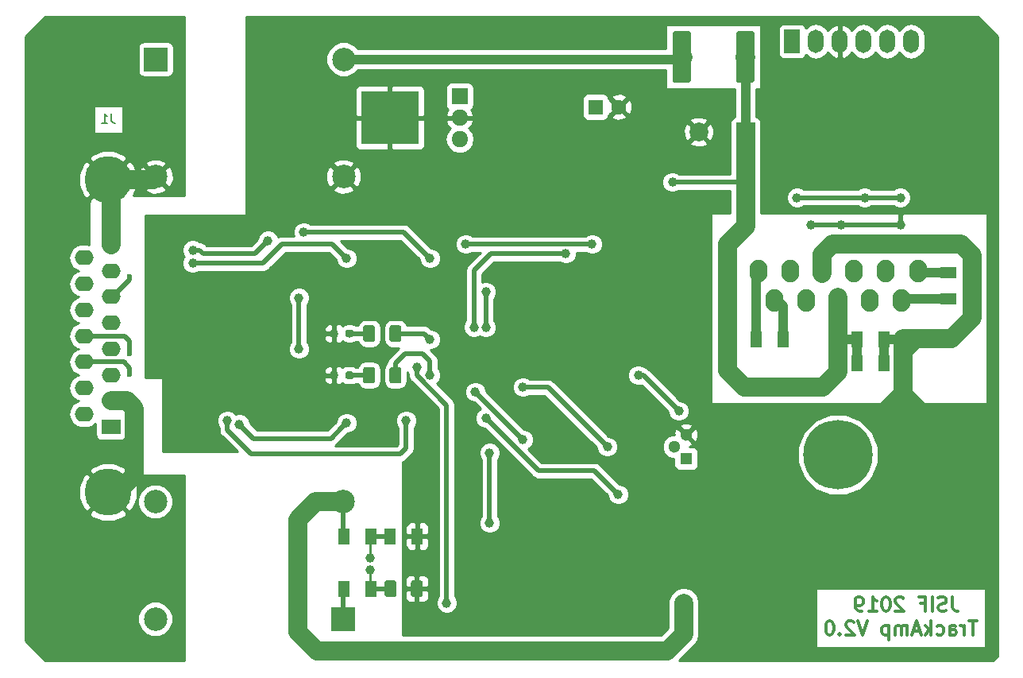
<source format=gbr>
G04 #@! TF.GenerationSoftware,KiCad,Pcbnew,(5.0.0)*
G04 #@! TF.CreationDate,2018-12-13T19:23:09+01:00*
G04 #@! TF.ProjectId,TrackAmplifier,547261636B416D706C69666965722E6B,rev?*
G04 #@! TF.SameCoordinates,Original*
G04 #@! TF.FileFunction,Copper,L2,Bot,Signal*
G04 #@! TF.FilePolarity,Positive*
%FSLAX46Y46*%
G04 Gerber Fmt 4.6, Leading zero omitted, Abs format (unit mm)*
G04 Created by KiCad (PCBNEW (5.0.0)) date 12/13/18 19:23:09*
%MOMM*%
%LPD*%
G01*
G04 APERTURE LIST*
G04 #@! TA.AperFunction,NonConductor*
%ADD10C,0.150000*%
G04 #@! TD*
G04 #@! TA.AperFunction,NonConductor*
%ADD11C,0.300000*%
G04 #@! TD*
G04 #@! TA.AperFunction,ComponentPad*
%ADD12R,2.500000X2.500000*%
G04 #@! TD*
G04 #@! TA.AperFunction,ComponentPad*
%ADD13C,2.500000*%
G04 #@! TD*
G04 #@! TA.AperFunction,ComponentPad*
%ADD14O,1.900000X2.400000*%
G04 #@! TD*
G04 #@! TA.AperFunction,ComponentPad*
%ADD15R,2.000000X1.600000*%
G04 #@! TD*
G04 #@! TA.AperFunction,ComponentPad*
%ADD16O,2.000000X1.600000*%
G04 #@! TD*
G04 #@! TA.AperFunction,ComponentPad*
%ADD17C,5.000000*%
G04 #@! TD*
G04 #@! TA.AperFunction,ComponentPad*
%ADD18R,1.700000X2.500000*%
G04 #@! TD*
G04 #@! TA.AperFunction,ComponentPad*
%ADD19O,1.700000X2.500000*%
G04 #@! TD*
G04 #@! TA.AperFunction,SMDPad,CuDef*
%ADD20R,1.220000X1.800000*%
G04 #@! TD*
G04 #@! TA.AperFunction,ComponentPad*
%ADD21R,1.600000X1.600000*%
G04 #@! TD*
G04 #@! TA.AperFunction,ComponentPad*
%ADD22C,1.600000*%
G04 #@! TD*
G04 #@! TA.AperFunction,SMDPad,CuDef*
%ADD23R,1.800000X1.220000*%
G04 #@! TD*
G04 #@! TA.AperFunction,ComponentPad*
%ADD24C,1.300000*%
G04 #@! TD*
G04 #@! TA.AperFunction,ComponentPad*
%ADD25R,1.300000X1.300000*%
G04 #@! TD*
G04 #@! TA.AperFunction,ComponentPad*
%ADD26C,7.400000*%
G04 #@! TD*
G04 #@! TA.AperFunction,ComponentPad*
%ADD27C,0.800000*%
G04 #@! TD*
G04 #@! TA.AperFunction,ComponentPad*
%ADD28R,2.000000X2.000000*%
G04 #@! TD*
G04 #@! TA.AperFunction,ComponentPad*
%ADD29C,2.000000*%
G04 #@! TD*
G04 #@! TA.AperFunction,Conductor*
%ADD30C,0.100000*%
G04 #@! TD*
G04 #@! TA.AperFunction,SMDPad,CuDef*
%ADD31C,1.925000*%
G04 #@! TD*
G04 #@! TA.AperFunction,SMDPad,CuDef*
%ADD32C,1.250000*%
G04 #@! TD*
G04 #@! TA.AperFunction,SMDPad,CuDef*
%ADD33R,6.200000X5.700000*%
G04 #@! TD*
G04 #@! TA.AperFunction,ComponentPad*
%ADD34R,1.800000X1.717500*%
G04 #@! TD*
G04 #@! TA.AperFunction,ComponentPad*
%ADD35O,1.800000X1.717500*%
G04 #@! TD*
G04 #@! TA.AperFunction,SMDPad,CuDef*
%ADD36C,0.800000*%
G04 #@! TD*
G04 #@! TA.AperFunction,ViaPad*
%ADD37C,1.000000*%
G04 #@! TD*
G04 #@! TA.AperFunction,ViaPad*
%ADD38C,0.600000*%
G04 #@! TD*
G04 #@! TA.AperFunction,ViaPad*
%ADD39C,2.000000*%
G04 #@! TD*
G04 #@! TA.AperFunction,Conductor*
%ADD40C,1.000000*%
G04 #@! TD*
G04 #@! TA.AperFunction,Conductor*
%ADD41C,0.750000*%
G04 #@! TD*
G04 #@! TA.AperFunction,Conductor*
%ADD42C,0.500000*%
G04 #@! TD*
G04 #@! TA.AperFunction,Conductor*
%ADD43C,2.000000*%
G04 #@! TD*
G04 #@! TA.AperFunction,Conductor*
%ADD44C,0.250000*%
G04 #@! TD*
G04 #@! TA.AperFunction,Conductor*
%ADD45C,0.254000*%
G04 #@! TD*
G04 APERTURE END LIST*
D10*
X59858333Y-61032380D02*
X59858333Y-61746666D01*
X59905952Y-61889523D01*
X60001190Y-61984761D01*
X60144047Y-62032380D01*
X60239285Y-62032380D01*
X58858333Y-62032380D02*
X59429761Y-62032380D01*
X59144047Y-62032380D02*
X59144047Y-61032380D01*
X59239285Y-61175238D01*
X59334523Y-61270476D01*
X59429761Y-61318095D01*
D11*
X149500000Y-112503571D02*
X149500000Y-113575000D01*
X149571428Y-113789285D01*
X149714285Y-113932142D01*
X149928571Y-114003571D01*
X150071428Y-114003571D01*
X148857142Y-113932142D02*
X148642857Y-114003571D01*
X148285714Y-114003571D01*
X148142857Y-113932142D01*
X148071428Y-113860714D01*
X148000000Y-113717857D01*
X148000000Y-113575000D01*
X148071428Y-113432142D01*
X148142857Y-113360714D01*
X148285714Y-113289285D01*
X148571428Y-113217857D01*
X148714285Y-113146428D01*
X148785714Y-113075000D01*
X148857142Y-112932142D01*
X148857142Y-112789285D01*
X148785714Y-112646428D01*
X148714285Y-112575000D01*
X148571428Y-112503571D01*
X148214285Y-112503571D01*
X148000000Y-112575000D01*
X147357142Y-114003571D02*
X147357142Y-112503571D01*
X146142857Y-113217857D02*
X146642857Y-113217857D01*
X146642857Y-114003571D02*
X146642857Y-112503571D01*
X145928571Y-112503571D01*
X144285714Y-112646428D02*
X144214285Y-112575000D01*
X144071428Y-112503571D01*
X143714285Y-112503571D01*
X143571428Y-112575000D01*
X143500000Y-112646428D01*
X143428571Y-112789285D01*
X143428571Y-112932142D01*
X143500000Y-113146428D01*
X144357142Y-114003571D01*
X143428571Y-114003571D01*
X142500000Y-112503571D02*
X142357142Y-112503571D01*
X142214285Y-112575000D01*
X142142857Y-112646428D01*
X142071428Y-112789285D01*
X142000000Y-113075000D01*
X142000000Y-113432142D01*
X142071428Y-113717857D01*
X142142857Y-113860714D01*
X142214285Y-113932142D01*
X142357142Y-114003571D01*
X142500000Y-114003571D01*
X142642857Y-113932142D01*
X142714285Y-113860714D01*
X142785714Y-113717857D01*
X142857142Y-113432142D01*
X142857142Y-113075000D01*
X142785714Y-112789285D01*
X142714285Y-112646428D01*
X142642857Y-112575000D01*
X142500000Y-112503571D01*
X140571428Y-114003571D02*
X141428571Y-114003571D01*
X141000000Y-114003571D02*
X141000000Y-112503571D01*
X141142857Y-112717857D01*
X141285714Y-112860714D01*
X141428571Y-112932142D01*
X139857142Y-114003571D02*
X139571428Y-114003571D01*
X139428571Y-113932142D01*
X139357142Y-113860714D01*
X139214285Y-113646428D01*
X139142857Y-113360714D01*
X139142857Y-112789285D01*
X139214285Y-112646428D01*
X139285714Y-112575000D01*
X139428571Y-112503571D01*
X139714285Y-112503571D01*
X139857142Y-112575000D01*
X139928571Y-112646428D01*
X140000000Y-112789285D01*
X140000000Y-113146428D01*
X139928571Y-113289285D01*
X139857142Y-113360714D01*
X139714285Y-113432142D01*
X139428571Y-113432142D01*
X139285714Y-113360714D01*
X139214285Y-113289285D01*
X139142857Y-113146428D01*
X152142857Y-115053571D02*
X151285714Y-115053571D01*
X151714285Y-116553571D02*
X151714285Y-115053571D01*
X150785714Y-116553571D02*
X150785714Y-115553571D01*
X150785714Y-115839285D02*
X150714285Y-115696428D01*
X150642857Y-115625000D01*
X150500000Y-115553571D01*
X150357142Y-115553571D01*
X149214285Y-116553571D02*
X149214285Y-115767857D01*
X149285714Y-115625000D01*
X149428571Y-115553571D01*
X149714285Y-115553571D01*
X149857142Y-115625000D01*
X149214285Y-116482142D02*
X149357142Y-116553571D01*
X149714285Y-116553571D01*
X149857142Y-116482142D01*
X149928571Y-116339285D01*
X149928571Y-116196428D01*
X149857142Y-116053571D01*
X149714285Y-115982142D01*
X149357142Y-115982142D01*
X149214285Y-115910714D01*
X147857142Y-116482142D02*
X148000000Y-116553571D01*
X148285714Y-116553571D01*
X148428571Y-116482142D01*
X148500000Y-116410714D01*
X148571428Y-116267857D01*
X148571428Y-115839285D01*
X148500000Y-115696428D01*
X148428571Y-115625000D01*
X148285714Y-115553571D01*
X148000000Y-115553571D01*
X147857142Y-115625000D01*
X147214285Y-116553571D02*
X147214285Y-115053571D01*
X147071428Y-115982142D02*
X146642857Y-116553571D01*
X146642857Y-115553571D02*
X147214285Y-116125000D01*
X146071428Y-116125000D02*
X145357142Y-116125000D01*
X146214285Y-116553571D02*
X145714285Y-115053571D01*
X145214285Y-116553571D01*
X144714285Y-116553571D02*
X144714285Y-115553571D01*
X144714285Y-115696428D02*
X144642857Y-115625000D01*
X144500000Y-115553571D01*
X144285714Y-115553571D01*
X144142857Y-115625000D01*
X144071428Y-115767857D01*
X144071428Y-116553571D01*
X144071428Y-115767857D02*
X144000000Y-115625000D01*
X143857142Y-115553571D01*
X143642857Y-115553571D01*
X143500000Y-115625000D01*
X143428571Y-115767857D01*
X143428571Y-116553571D01*
X142714285Y-115553571D02*
X142714285Y-117053571D01*
X142714285Y-115625000D02*
X142571428Y-115553571D01*
X142285714Y-115553571D01*
X142142857Y-115625000D01*
X142071428Y-115696428D01*
X142000000Y-115839285D01*
X142000000Y-116267857D01*
X142071428Y-116410714D01*
X142142857Y-116482142D01*
X142285714Y-116553571D01*
X142571428Y-116553571D01*
X142714285Y-116482142D01*
X140428571Y-115053571D02*
X139928571Y-116553571D01*
X139428571Y-115053571D01*
X139000000Y-115196428D02*
X138928571Y-115125000D01*
X138785714Y-115053571D01*
X138428571Y-115053571D01*
X138285714Y-115125000D01*
X138214285Y-115196428D01*
X138142857Y-115339285D01*
X138142857Y-115482142D01*
X138214285Y-115696428D01*
X139071428Y-116553571D01*
X138142857Y-116553571D01*
X137500000Y-116410714D02*
X137428571Y-116482142D01*
X137500000Y-116553571D01*
X137571428Y-116482142D01*
X137500000Y-116410714D01*
X137500000Y-116553571D01*
X136500000Y-115053571D02*
X136357142Y-115053571D01*
X136214285Y-115125000D01*
X136142857Y-115196428D01*
X136071428Y-115339285D01*
X136000000Y-115625000D01*
X136000000Y-115982142D01*
X136071428Y-116267857D01*
X136142857Y-116410714D01*
X136214285Y-116482142D01*
X136357142Y-116553571D01*
X136500000Y-116553571D01*
X136642857Y-116482142D01*
X136714285Y-116410714D01*
X136785714Y-116267857D01*
X136857142Y-115982142D01*
X136857142Y-115625000D01*
X136785714Y-115339285D01*
X136714285Y-115196428D01*
X136642857Y-115125000D01*
X136500000Y-115053571D01*
D12*
G04 #@! TO.P,FL1,1*
G04 #@! TO.N,OCC2*
X84544000Y-114843800D03*
D13*
G04 #@! TO.P,FL1,2*
G04 #@! TO.N,PWMO1*
X64544000Y-114843800D03*
G04 #@! TO.P,FL1,3*
G04 #@! TO.N,PWM2*
X84544000Y-102343800D03*
G04 #@! TO.P,FL1,4*
G04 #@! TO.N,PWMO2*
X64544000Y-102343800D03*
G04 #@! TD*
D12*
G04 #@! TO.P,FL2,1*
G04 #@! TO.N,Net-(FL2-Pad1)*
X64605000Y-55230000D03*
D13*
G04 #@! TO.P,FL2,2*
G04 #@! TO.N,Vbus_flt*
X84605000Y-55230000D03*
G04 #@! TO.P,FL2,3*
G04 #@! TO.N,GNDD*
X64605000Y-67730000D03*
G04 #@! TO.P,FL2,4*
G04 #@! TO.N,GND*
X84605000Y-67730000D03*
G04 #@! TD*
D14*
G04 #@! TO.P,U4,1*
G04 #@! TO.N,Net-(C17-Pad1)*
X145820000Y-77760000D03*
G04 #@! TO.P,U4,2*
G04 #@! TO.N,OCC1*
X144120000Y-80900000D03*
G04 #@! TO.P,U4,3*
G04 #@! TO.N,DIR*
X142420000Y-77760000D03*
G04 #@! TO.P,U4,4*
G04 #@! TO.N,BRK*
X140720000Y-80900000D03*
G04 #@! TO.P,U4,5*
G04 #@! TO.N,PWM*
X139020000Y-77760000D03*
G04 #@! TO.P,U4,6*
G04 #@! TO.N,Net-(C6-Pad1)*
X137320000Y-80900000D03*
G04 #@! TO.P,U4,7*
G04 #@! TO.N,GND*
X135620000Y-77760000D03*
G04 #@! TO.P,U4,8*
G04 #@! TO.N,CSEN*
X133920000Y-80900000D03*
G04 #@! TO.P,U4,9*
G04 #@! TO.N,THFLG*
X132220000Y-77760000D03*
G04 #@! TO.P,U4,10*
G04 #@! TO.N,PWM2*
X130520000Y-80900000D03*
G04 #@! TO.P,U4,11*
G04 #@! TO.N,Net-(C18-Pad2)*
X128820000Y-77760000D03*
G04 #@! TD*
D15*
G04 #@! TO.P,J1,1*
G04 #@! TO.N,PWMO2*
X59800000Y-94390000D03*
D16*
G04 #@! TO.P,J1,2*
G04 #@! TO.N,GNDD*
X59800000Y-91620000D03*
G04 #@! TO.P,J1,3*
G04 #@! TO.N,TX_B*
X59800000Y-88850000D03*
G04 #@! TO.P,J1,4*
G04 #@! TO.N,RX_B*
X59800000Y-86080000D03*
G04 #@! TO.P,J1,5*
G04 #@! TO.N,Sync_B*
X59800000Y-83310000D03*
G04 #@! TO.P,J1,6*
G04 #@! TO.N,Reset_B*
X59800000Y-80540000D03*
G04 #@! TO.P,J1,7*
G04 #@! TO.N,ID_R*
X59800000Y-77770000D03*
G04 #@! TO.P,J1,8*
G04 #@! TO.N,GNDD*
X59800000Y-75000000D03*
G04 #@! TO.P,J1,9*
G04 #@! TO.N,PWMO1*
X56960000Y-93005000D03*
G04 #@! TO.P,J1,10*
G04 #@! TO.N,Net-(FL2-Pad1)*
X56960000Y-90235000D03*
G04 #@! TO.P,J1,11*
G04 #@! TO.N,TX_A*
X56960000Y-87465000D03*
G04 #@! TO.P,J1,12*
G04 #@! TO.N,RX_A*
X56960000Y-84695000D03*
G04 #@! TO.P,J1,13*
G04 #@! TO.N,Sync_A*
X56960000Y-81925000D03*
G04 #@! TO.P,J1,14*
G04 #@! TO.N,Reset_A*
X56960000Y-79155000D03*
G04 #@! TO.P,J1,15*
G04 #@! TO.N,Net-(FL2-Pad1)*
X56960000Y-76385000D03*
D17*
G04 #@! TO.P,J1,0*
G04 #@! TO.N,GNDD*
X59500000Y-101345000D03*
X59500000Y-68045000D03*
G04 #@! TD*
D18*
G04 #@! TO.P,J2,1*
G04 #@! TO.N,VPP*
X132423000Y-53325000D03*
D19*
G04 #@! TO.P,J2,2*
G04 #@! TO.N,+5V*
X134963000Y-53325000D03*
G04 #@! TO.P,J2,3*
G04 #@! TO.N,GND*
X137503000Y-53325000D03*
G04 #@! TO.P,J2,4*
G04 #@! TO.N,ICSPDAT*
X140043000Y-53325000D03*
G04 #@! TO.P,J2,5*
G04 #@! TO.N,ICSPCLK*
X142583000Y-53325000D03*
G04 #@! TO.P,J2,6*
G04 #@! TO.N,Net-(J2-Pad6)*
X145123000Y-53325000D03*
G04 #@! TD*
D20*
G04 #@! TO.P,C8,1*
G04 #@! TO.N,GND*
X142235000Y-87615000D03*
G04 #@! TO.P,C8,2*
G04 #@! TO.N,Net-(C6-Pad1)*
X139375000Y-87615000D03*
G04 #@! TD*
G04 #@! TO.P,C9,2*
G04 #@! TO.N,Net-(C6-Pad1)*
X139375000Y-85075000D03*
G04 #@! TO.P,C9,1*
G04 #@! TO.N,GND*
X142235000Y-85075000D03*
G04 #@! TD*
D21*
G04 #@! TO.P,C16,1*
G04 #@! TO.N,+5V*
X111468000Y-60310000D03*
D22*
G04 #@! TO.P,C16,2*
G04 #@! TO.N,GND*
X113968000Y-60310000D03*
G04 #@! TD*
D23*
G04 #@! TO.P,C17,2*
G04 #@! TO.N,OCC1*
X149060000Y-80790000D03*
G04 #@! TO.P,C17,1*
G04 #@! TO.N,Net-(C17-Pad1)*
X149060000Y-77930000D03*
G04 #@! TD*
D20*
G04 #@! TO.P,C18,1*
G04 #@! TO.N,PWM2*
X131440000Y-85075000D03*
G04 #@! TO.P,C18,2*
G04 #@! TO.N,Net-(C18-Pad2)*
X128580000Y-85075000D03*
G04 #@! TD*
G04 #@! TO.P,R20,1*
G04 #@! TO.N,Net-(R16-Pad1)*
X87498000Y-111618000D03*
G04 #@! TO.P,R20,2*
G04 #@! TO.N,OCC2*
X84638000Y-111618000D03*
G04 #@! TD*
G04 #@! TO.P,R21,2*
G04 #@! TO.N,Net-(R21-Pad2)*
X87498000Y-106030000D03*
G04 #@! TO.P,R21,1*
G04 #@! TO.N,PWM2*
X84638000Y-106030000D03*
G04 #@! TD*
D24*
G04 #@! TO.P,U11,2*
G04 #@! TO.N,Net-(R37-Pad1)*
X119850000Y-96505000D03*
G04 #@! TO.P,U11,3*
G04 #@! TO.N,GND*
X121120000Y-95235000D03*
D25*
G04 #@! TO.P,U11,1*
G04 #@! TO.N,Net-(C34-Pad2)*
X121120000Y-97775000D03*
G04 #@! TD*
D26*
G04 #@! TO.P,MK1,1*
G04 #@! TO.N,N/C*
X137317013Y-97367015D03*
D27*
X134542013Y-97367015D03*
X135354792Y-95404794D03*
X137317013Y-94592015D03*
X139279234Y-95404794D03*
X140092013Y-97367015D03*
X139279234Y-99329236D03*
X137317013Y-100142015D03*
X135354792Y-99329236D03*
G04 #@! TD*
D20*
G04 #@! TO.P,R38,2*
G04 #@! TO.N,GND*
X92451000Y-106030000D03*
G04 #@! TO.P,R38,1*
G04 #@! TO.N,Net-(R21-Pad2)*
X89591000Y-106030000D03*
G04 #@! TD*
D28*
G04 #@! TO.P,C6,1*
G04 #@! TO.N,Net-(C6-Pad1)*
X127470000Y-62977000D03*
D29*
G04 #@! TO.P,C6,2*
G04 #@! TO.N,GND*
X122470000Y-62977000D03*
G04 #@! TD*
D30*
G04 #@! TO.N,Net-(C6-Pad1)*
G04 #@! TO.C,F1*
G36*
X128165505Y-52252204D02*
X128189773Y-52255804D01*
X128213572Y-52261765D01*
X128236671Y-52270030D01*
X128258850Y-52280520D01*
X128279893Y-52293132D01*
X128299599Y-52307747D01*
X128317777Y-52324223D01*
X128334253Y-52342401D01*
X128348868Y-52362107D01*
X128361480Y-52383150D01*
X128371970Y-52405329D01*
X128380235Y-52428428D01*
X128386196Y-52452227D01*
X128389796Y-52476495D01*
X128391000Y-52500999D01*
X128391000Y-57451001D01*
X128389796Y-57475505D01*
X128386196Y-57499773D01*
X128380235Y-57523572D01*
X128371970Y-57546671D01*
X128361480Y-57568850D01*
X128348868Y-57589893D01*
X128334253Y-57609599D01*
X128317777Y-57627777D01*
X128299599Y-57644253D01*
X128279893Y-57658868D01*
X128258850Y-57671480D01*
X128236671Y-57681970D01*
X128213572Y-57690235D01*
X128189773Y-57696196D01*
X128165505Y-57699796D01*
X128141001Y-57701000D01*
X126715999Y-57701000D01*
X126691495Y-57699796D01*
X126667227Y-57696196D01*
X126643428Y-57690235D01*
X126620329Y-57681970D01*
X126598150Y-57671480D01*
X126577107Y-57658868D01*
X126557401Y-57644253D01*
X126539223Y-57627777D01*
X126522747Y-57609599D01*
X126508132Y-57589893D01*
X126495520Y-57568850D01*
X126485030Y-57546671D01*
X126476765Y-57523572D01*
X126470804Y-57499773D01*
X126467204Y-57475505D01*
X126466000Y-57451001D01*
X126466000Y-52500999D01*
X126467204Y-52476495D01*
X126470804Y-52452227D01*
X126476765Y-52428428D01*
X126485030Y-52405329D01*
X126495520Y-52383150D01*
X126508132Y-52362107D01*
X126522747Y-52342401D01*
X126539223Y-52324223D01*
X126557401Y-52307747D01*
X126577107Y-52293132D01*
X126598150Y-52280520D01*
X126620329Y-52270030D01*
X126643428Y-52261765D01*
X126667227Y-52255804D01*
X126691495Y-52252204D01*
X126715999Y-52251000D01*
X128141001Y-52251000D01*
X128165505Y-52252204D01*
X128165505Y-52252204D01*
G37*
D31*
G04 #@! TD*
G04 #@! TO.P,F1,1*
G04 #@! TO.N,Net-(C6-Pad1)*
X127428500Y-54976000D03*
D30*
G04 #@! TO.N,Vbus_flt*
G04 #@! TO.C,F1*
G36*
X121390505Y-52252204D02*
X121414773Y-52255804D01*
X121438572Y-52261765D01*
X121461671Y-52270030D01*
X121483850Y-52280520D01*
X121504893Y-52293132D01*
X121524599Y-52307747D01*
X121542777Y-52324223D01*
X121559253Y-52342401D01*
X121573868Y-52362107D01*
X121586480Y-52383150D01*
X121596970Y-52405329D01*
X121605235Y-52428428D01*
X121611196Y-52452227D01*
X121614796Y-52476495D01*
X121616000Y-52500999D01*
X121616000Y-57451001D01*
X121614796Y-57475505D01*
X121611196Y-57499773D01*
X121605235Y-57523572D01*
X121596970Y-57546671D01*
X121586480Y-57568850D01*
X121573868Y-57589893D01*
X121559253Y-57609599D01*
X121542777Y-57627777D01*
X121524599Y-57644253D01*
X121504893Y-57658868D01*
X121483850Y-57671480D01*
X121461671Y-57681970D01*
X121438572Y-57690235D01*
X121414773Y-57696196D01*
X121390505Y-57699796D01*
X121366001Y-57701000D01*
X119940999Y-57701000D01*
X119916495Y-57699796D01*
X119892227Y-57696196D01*
X119868428Y-57690235D01*
X119845329Y-57681970D01*
X119823150Y-57671480D01*
X119802107Y-57658868D01*
X119782401Y-57644253D01*
X119764223Y-57627777D01*
X119747747Y-57609599D01*
X119733132Y-57589893D01*
X119720520Y-57568850D01*
X119710030Y-57546671D01*
X119701765Y-57523572D01*
X119695804Y-57499773D01*
X119692204Y-57475505D01*
X119691000Y-57451001D01*
X119691000Y-52500999D01*
X119692204Y-52476495D01*
X119695804Y-52452227D01*
X119701765Y-52428428D01*
X119710030Y-52405329D01*
X119720520Y-52383150D01*
X119733132Y-52362107D01*
X119747747Y-52342401D01*
X119764223Y-52324223D01*
X119782401Y-52307747D01*
X119802107Y-52293132D01*
X119823150Y-52280520D01*
X119845329Y-52270030D01*
X119868428Y-52261765D01*
X119892227Y-52255804D01*
X119916495Y-52252204D01*
X119940999Y-52251000D01*
X121366001Y-52251000D01*
X121390505Y-52252204D01*
X121390505Y-52252204D01*
G37*
D31*
G04 #@! TD*
G04 #@! TO.P,F1,2*
G04 #@! TO.N,Vbus_flt*
X120653500Y-54976000D03*
D30*
G04 #@! TO.N,GND*
G04 #@! TO.C,R16*
G36*
X92820504Y-110744204D02*
X92844773Y-110747804D01*
X92868571Y-110753765D01*
X92891671Y-110762030D01*
X92913849Y-110772520D01*
X92934893Y-110785133D01*
X92954598Y-110799747D01*
X92972777Y-110816223D01*
X92989253Y-110834402D01*
X93003867Y-110854107D01*
X93016480Y-110875151D01*
X93026970Y-110897329D01*
X93035235Y-110920429D01*
X93041196Y-110944227D01*
X93044796Y-110968496D01*
X93046000Y-110993000D01*
X93046000Y-112243000D01*
X93044796Y-112267504D01*
X93041196Y-112291773D01*
X93035235Y-112315571D01*
X93026970Y-112338671D01*
X93016480Y-112360849D01*
X93003867Y-112381893D01*
X92989253Y-112401598D01*
X92972777Y-112419777D01*
X92954598Y-112436253D01*
X92934893Y-112450867D01*
X92913849Y-112463480D01*
X92891671Y-112473970D01*
X92868571Y-112482235D01*
X92844773Y-112488196D01*
X92820504Y-112491796D01*
X92796000Y-112493000D01*
X92046000Y-112493000D01*
X92021496Y-112491796D01*
X91997227Y-112488196D01*
X91973429Y-112482235D01*
X91950329Y-112473970D01*
X91928151Y-112463480D01*
X91907107Y-112450867D01*
X91887402Y-112436253D01*
X91869223Y-112419777D01*
X91852747Y-112401598D01*
X91838133Y-112381893D01*
X91825520Y-112360849D01*
X91815030Y-112338671D01*
X91806765Y-112315571D01*
X91800804Y-112291773D01*
X91797204Y-112267504D01*
X91796000Y-112243000D01*
X91796000Y-110993000D01*
X91797204Y-110968496D01*
X91800804Y-110944227D01*
X91806765Y-110920429D01*
X91815030Y-110897329D01*
X91825520Y-110875151D01*
X91838133Y-110854107D01*
X91852747Y-110834402D01*
X91869223Y-110816223D01*
X91887402Y-110799747D01*
X91907107Y-110785133D01*
X91928151Y-110772520D01*
X91950329Y-110762030D01*
X91973429Y-110753765D01*
X91997227Y-110747804D01*
X92021496Y-110744204D01*
X92046000Y-110743000D01*
X92796000Y-110743000D01*
X92820504Y-110744204D01*
X92820504Y-110744204D01*
G37*
D32*
G04 #@! TD*
G04 #@! TO.P,R16,2*
G04 #@! TO.N,GND*
X92421000Y-111618000D03*
D30*
G04 #@! TO.N,Net-(R16-Pad1)*
G04 #@! TO.C,R16*
G36*
X90020504Y-110744204D02*
X90044773Y-110747804D01*
X90068571Y-110753765D01*
X90091671Y-110762030D01*
X90113849Y-110772520D01*
X90134893Y-110785133D01*
X90154598Y-110799747D01*
X90172777Y-110816223D01*
X90189253Y-110834402D01*
X90203867Y-110854107D01*
X90216480Y-110875151D01*
X90226970Y-110897329D01*
X90235235Y-110920429D01*
X90241196Y-110944227D01*
X90244796Y-110968496D01*
X90246000Y-110993000D01*
X90246000Y-112243000D01*
X90244796Y-112267504D01*
X90241196Y-112291773D01*
X90235235Y-112315571D01*
X90226970Y-112338671D01*
X90216480Y-112360849D01*
X90203867Y-112381893D01*
X90189253Y-112401598D01*
X90172777Y-112419777D01*
X90154598Y-112436253D01*
X90134893Y-112450867D01*
X90113849Y-112463480D01*
X90091671Y-112473970D01*
X90068571Y-112482235D01*
X90044773Y-112488196D01*
X90020504Y-112491796D01*
X89996000Y-112493000D01*
X89246000Y-112493000D01*
X89221496Y-112491796D01*
X89197227Y-112488196D01*
X89173429Y-112482235D01*
X89150329Y-112473970D01*
X89128151Y-112463480D01*
X89107107Y-112450867D01*
X89087402Y-112436253D01*
X89069223Y-112419777D01*
X89052747Y-112401598D01*
X89038133Y-112381893D01*
X89025520Y-112360849D01*
X89015030Y-112338671D01*
X89006765Y-112315571D01*
X89000804Y-112291773D01*
X88997204Y-112267504D01*
X88996000Y-112243000D01*
X88996000Y-110993000D01*
X88997204Y-110968496D01*
X89000804Y-110944227D01*
X89006765Y-110920429D01*
X89015030Y-110897329D01*
X89025520Y-110875151D01*
X89038133Y-110854107D01*
X89052747Y-110834402D01*
X89069223Y-110816223D01*
X89087402Y-110799747D01*
X89107107Y-110785133D01*
X89128151Y-110772520D01*
X89150329Y-110762030D01*
X89173429Y-110753765D01*
X89197227Y-110747804D01*
X89221496Y-110744204D01*
X89246000Y-110743000D01*
X89996000Y-110743000D01*
X90020504Y-110744204D01*
X90020504Y-110744204D01*
G37*
D32*
G04 #@! TD*
G04 #@! TO.P,R16,1*
G04 #@! TO.N,Net-(R16-Pad1)*
X89621000Y-111618000D03*
D30*
G04 #@! TO.N,Net-(R43-Pad2)*
G04 #@! TO.C,R43*
G36*
X90534504Y-88011204D02*
X90558773Y-88014804D01*
X90582571Y-88020765D01*
X90605671Y-88029030D01*
X90627849Y-88039520D01*
X90648893Y-88052133D01*
X90668598Y-88066747D01*
X90686777Y-88083223D01*
X90703253Y-88101402D01*
X90717867Y-88121107D01*
X90730480Y-88142151D01*
X90740970Y-88164329D01*
X90749235Y-88187429D01*
X90755196Y-88211227D01*
X90758796Y-88235496D01*
X90760000Y-88260000D01*
X90760000Y-89510000D01*
X90758796Y-89534504D01*
X90755196Y-89558773D01*
X90749235Y-89582571D01*
X90740970Y-89605671D01*
X90730480Y-89627849D01*
X90717867Y-89648893D01*
X90703253Y-89668598D01*
X90686777Y-89686777D01*
X90668598Y-89703253D01*
X90648893Y-89717867D01*
X90627849Y-89730480D01*
X90605671Y-89740970D01*
X90582571Y-89749235D01*
X90558773Y-89755196D01*
X90534504Y-89758796D01*
X90510000Y-89760000D01*
X89760000Y-89760000D01*
X89735496Y-89758796D01*
X89711227Y-89755196D01*
X89687429Y-89749235D01*
X89664329Y-89740970D01*
X89642151Y-89730480D01*
X89621107Y-89717867D01*
X89601402Y-89703253D01*
X89583223Y-89686777D01*
X89566747Y-89668598D01*
X89552133Y-89648893D01*
X89539520Y-89627849D01*
X89529030Y-89605671D01*
X89520765Y-89582571D01*
X89514804Y-89558773D01*
X89511204Y-89534504D01*
X89510000Y-89510000D01*
X89510000Y-88260000D01*
X89511204Y-88235496D01*
X89514804Y-88211227D01*
X89520765Y-88187429D01*
X89529030Y-88164329D01*
X89539520Y-88142151D01*
X89552133Y-88121107D01*
X89566747Y-88101402D01*
X89583223Y-88083223D01*
X89601402Y-88066747D01*
X89621107Y-88052133D01*
X89642151Y-88039520D01*
X89664329Y-88029030D01*
X89687429Y-88020765D01*
X89711227Y-88014804D01*
X89735496Y-88011204D01*
X89760000Y-88010000D01*
X90510000Y-88010000D01*
X90534504Y-88011204D01*
X90534504Y-88011204D01*
G37*
D32*
G04 #@! TD*
G04 #@! TO.P,R43,2*
G04 #@! TO.N,Net-(R43-Pad2)*
X90135000Y-88885000D03*
D30*
G04 #@! TO.N,Net-(D13-Pad2)*
G04 #@! TO.C,R43*
G36*
X87734504Y-88011204D02*
X87758773Y-88014804D01*
X87782571Y-88020765D01*
X87805671Y-88029030D01*
X87827849Y-88039520D01*
X87848893Y-88052133D01*
X87868598Y-88066747D01*
X87886777Y-88083223D01*
X87903253Y-88101402D01*
X87917867Y-88121107D01*
X87930480Y-88142151D01*
X87940970Y-88164329D01*
X87949235Y-88187429D01*
X87955196Y-88211227D01*
X87958796Y-88235496D01*
X87960000Y-88260000D01*
X87960000Y-89510000D01*
X87958796Y-89534504D01*
X87955196Y-89558773D01*
X87949235Y-89582571D01*
X87940970Y-89605671D01*
X87930480Y-89627849D01*
X87917867Y-89648893D01*
X87903253Y-89668598D01*
X87886777Y-89686777D01*
X87868598Y-89703253D01*
X87848893Y-89717867D01*
X87827849Y-89730480D01*
X87805671Y-89740970D01*
X87782571Y-89749235D01*
X87758773Y-89755196D01*
X87734504Y-89758796D01*
X87710000Y-89760000D01*
X86960000Y-89760000D01*
X86935496Y-89758796D01*
X86911227Y-89755196D01*
X86887429Y-89749235D01*
X86864329Y-89740970D01*
X86842151Y-89730480D01*
X86821107Y-89717867D01*
X86801402Y-89703253D01*
X86783223Y-89686777D01*
X86766747Y-89668598D01*
X86752133Y-89648893D01*
X86739520Y-89627849D01*
X86729030Y-89605671D01*
X86720765Y-89582571D01*
X86714804Y-89558773D01*
X86711204Y-89534504D01*
X86710000Y-89510000D01*
X86710000Y-88260000D01*
X86711204Y-88235496D01*
X86714804Y-88211227D01*
X86720765Y-88187429D01*
X86729030Y-88164329D01*
X86739520Y-88142151D01*
X86752133Y-88121107D01*
X86766747Y-88101402D01*
X86783223Y-88083223D01*
X86801402Y-88066747D01*
X86821107Y-88052133D01*
X86842151Y-88039520D01*
X86864329Y-88029030D01*
X86887429Y-88020765D01*
X86911227Y-88014804D01*
X86935496Y-88011204D01*
X86960000Y-88010000D01*
X87710000Y-88010000D01*
X87734504Y-88011204D01*
X87734504Y-88011204D01*
G37*
D32*
G04 #@! TD*
G04 #@! TO.P,R43,1*
G04 #@! TO.N,Net-(D13-Pad2)*
X87335000Y-88885000D03*
D30*
G04 #@! TO.N,Net-(D16-Pad2)*
G04 #@! TO.C,R46*
G36*
X87734504Y-83566204D02*
X87758773Y-83569804D01*
X87782571Y-83575765D01*
X87805671Y-83584030D01*
X87827849Y-83594520D01*
X87848893Y-83607133D01*
X87868598Y-83621747D01*
X87886777Y-83638223D01*
X87903253Y-83656402D01*
X87917867Y-83676107D01*
X87930480Y-83697151D01*
X87940970Y-83719329D01*
X87949235Y-83742429D01*
X87955196Y-83766227D01*
X87958796Y-83790496D01*
X87960000Y-83815000D01*
X87960000Y-85065000D01*
X87958796Y-85089504D01*
X87955196Y-85113773D01*
X87949235Y-85137571D01*
X87940970Y-85160671D01*
X87930480Y-85182849D01*
X87917867Y-85203893D01*
X87903253Y-85223598D01*
X87886777Y-85241777D01*
X87868598Y-85258253D01*
X87848893Y-85272867D01*
X87827849Y-85285480D01*
X87805671Y-85295970D01*
X87782571Y-85304235D01*
X87758773Y-85310196D01*
X87734504Y-85313796D01*
X87710000Y-85315000D01*
X86960000Y-85315000D01*
X86935496Y-85313796D01*
X86911227Y-85310196D01*
X86887429Y-85304235D01*
X86864329Y-85295970D01*
X86842151Y-85285480D01*
X86821107Y-85272867D01*
X86801402Y-85258253D01*
X86783223Y-85241777D01*
X86766747Y-85223598D01*
X86752133Y-85203893D01*
X86739520Y-85182849D01*
X86729030Y-85160671D01*
X86720765Y-85137571D01*
X86714804Y-85113773D01*
X86711204Y-85089504D01*
X86710000Y-85065000D01*
X86710000Y-83815000D01*
X86711204Y-83790496D01*
X86714804Y-83766227D01*
X86720765Y-83742429D01*
X86729030Y-83719329D01*
X86739520Y-83697151D01*
X86752133Y-83676107D01*
X86766747Y-83656402D01*
X86783223Y-83638223D01*
X86801402Y-83621747D01*
X86821107Y-83607133D01*
X86842151Y-83594520D01*
X86864329Y-83584030D01*
X86887429Y-83575765D01*
X86911227Y-83569804D01*
X86935496Y-83566204D01*
X86960000Y-83565000D01*
X87710000Y-83565000D01*
X87734504Y-83566204D01*
X87734504Y-83566204D01*
G37*
D32*
G04 #@! TD*
G04 #@! TO.P,R46,1*
G04 #@! TO.N,Net-(D16-Pad2)*
X87335000Y-84440000D03*
D30*
G04 #@! TO.N,Net-(R46-Pad2)*
G04 #@! TO.C,R46*
G36*
X90534504Y-83566204D02*
X90558773Y-83569804D01*
X90582571Y-83575765D01*
X90605671Y-83584030D01*
X90627849Y-83594520D01*
X90648893Y-83607133D01*
X90668598Y-83621747D01*
X90686777Y-83638223D01*
X90703253Y-83656402D01*
X90717867Y-83676107D01*
X90730480Y-83697151D01*
X90740970Y-83719329D01*
X90749235Y-83742429D01*
X90755196Y-83766227D01*
X90758796Y-83790496D01*
X90760000Y-83815000D01*
X90760000Y-85065000D01*
X90758796Y-85089504D01*
X90755196Y-85113773D01*
X90749235Y-85137571D01*
X90740970Y-85160671D01*
X90730480Y-85182849D01*
X90717867Y-85203893D01*
X90703253Y-85223598D01*
X90686777Y-85241777D01*
X90668598Y-85258253D01*
X90648893Y-85272867D01*
X90627849Y-85285480D01*
X90605671Y-85295970D01*
X90582571Y-85304235D01*
X90558773Y-85310196D01*
X90534504Y-85313796D01*
X90510000Y-85315000D01*
X89760000Y-85315000D01*
X89735496Y-85313796D01*
X89711227Y-85310196D01*
X89687429Y-85304235D01*
X89664329Y-85295970D01*
X89642151Y-85285480D01*
X89621107Y-85272867D01*
X89601402Y-85258253D01*
X89583223Y-85241777D01*
X89566747Y-85223598D01*
X89552133Y-85203893D01*
X89539520Y-85182849D01*
X89529030Y-85160671D01*
X89520765Y-85137571D01*
X89514804Y-85113773D01*
X89511204Y-85089504D01*
X89510000Y-85065000D01*
X89510000Y-83815000D01*
X89511204Y-83790496D01*
X89514804Y-83766227D01*
X89520765Y-83742429D01*
X89529030Y-83719329D01*
X89539520Y-83697151D01*
X89552133Y-83676107D01*
X89566747Y-83656402D01*
X89583223Y-83638223D01*
X89601402Y-83621747D01*
X89621107Y-83607133D01*
X89642151Y-83594520D01*
X89664329Y-83584030D01*
X89687429Y-83575765D01*
X89711227Y-83569804D01*
X89735496Y-83566204D01*
X89760000Y-83565000D01*
X90510000Y-83565000D01*
X90534504Y-83566204D01*
X90534504Y-83566204D01*
G37*
D32*
G04 #@! TD*
G04 #@! TO.P,R46,2*
G04 #@! TO.N,Net-(R46-Pad2)*
X90135000Y-84440000D03*
D33*
G04 #@! TO.P,U3,4*
G04 #@! TO.N,GND*
X89556667Y-61457000D03*
D34*
G04 #@! TO.P,U3,1*
G04 #@! TO.N,Net-(C21-Pad1)*
X96990000Y-59167000D03*
D35*
G04 #@! TO.P,U3,2*
G04 #@! TO.N,GND*
X96990000Y-61457000D03*
G04 #@! TO.P,U3,3*
G04 #@! TO.N,+5V*
X96990000Y-63747000D03*
G04 #@! TD*
D30*
G04 #@! TO.N,GND*
G04 #@! TO.C,D13*
G36*
X83811603Y-88485963D02*
X83831018Y-88488843D01*
X83850057Y-88493612D01*
X83868537Y-88500224D01*
X83886279Y-88508616D01*
X83903114Y-88518706D01*
X83918879Y-88530398D01*
X83933421Y-88543579D01*
X83946602Y-88558121D01*
X83958294Y-88573886D01*
X83968384Y-88590721D01*
X83976776Y-88608463D01*
X83983388Y-88626943D01*
X83988157Y-88645982D01*
X83991037Y-88665397D01*
X83992000Y-88685000D01*
X83992000Y-89085000D01*
X83991037Y-89104603D01*
X83988157Y-89124018D01*
X83983388Y-89143057D01*
X83976776Y-89161537D01*
X83968384Y-89179279D01*
X83958294Y-89196114D01*
X83946602Y-89211879D01*
X83933421Y-89226421D01*
X83918879Y-89239602D01*
X83903114Y-89251294D01*
X83886279Y-89261384D01*
X83868537Y-89269776D01*
X83850057Y-89276388D01*
X83831018Y-89281157D01*
X83811603Y-89284037D01*
X83792000Y-89285000D01*
X83392000Y-89285000D01*
X83372397Y-89284037D01*
X83352982Y-89281157D01*
X83333943Y-89276388D01*
X83315463Y-89269776D01*
X83297721Y-89261384D01*
X83280886Y-89251294D01*
X83265121Y-89239602D01*
X83250579Y-89226421D01*
X83237398Y-89211879D01*
X83225706Y-89196114D01*
X83215616Y-89179279D01*
X83207224Y-89161537D01*
X83200612Y-89143057D01*
X83195843Y-89124018D01*
X83192963Y-89104603D01*
X83192000Y-89085000D01*
X83192000Y-88685000D01*
X83192963Y-88665397D01*
X83195843Y-88645982D01*
X83200612Y-88626943D01*
X83207224Y-88608463D01*
X83215616Y-88590721D01*
X83225706Y-88573886D01*
X83237398Y-88558121D01*
X83250579Y-88543579D01*
X83265121Y-88530398D01*
X83280886Y-88518706D01*
X83297721Y-88508616D01*
X83315463Y-88500224D01*
X83333943Y-88493612D01*
X83352982Y-88488843D01*
X83372397Y-88485963D01*
X83392000Y-88485000D01*
X83792000Y-88485000D01*
X83811603Y-88485963D01*
X83811603Y-88485963D01*
G37*
D36*
G04 #@! TD*
G04 #@! TO.P,D13,1*
G04 #@! TO.N,GND*
X83592000Y-88885000D03*
D30*
G04 #@! TO.N,Net-(D13-Pad2)*
G04 #@! TO.C,D13*
G36*
X85461603Y-88485963D02*
X85481018Y-88488843D01*
X85500057Y-88493612D01*
X85518537Y-88500224D01*
X85536279Y-88508616D01*
X85553114Y-88518706D01*
X85568879Y-88530398D01*
X85583421Y-88543579D01*
X85596602Y-88558121D01*
X85608294Y-88573886D01*
X85618384Y-88590721D01*
X85626776Y-88608463D01*
X85633388Y-88626943D01*
X85638157Y-88645982D01*
X85641037Y-88665397D01*
X85642000Y-88685000D01*
X85642000Y-89085000D01*
X85641037Y-89104603D01*
X85638157Y-89124018D01*
X85633388Y-89143057D01*
X85626776Y-89161537D01*
X85618384Y-89179279D01*
X85608294Y-89196114D01*
X85596602Y-89211879D01*
X85583421Y-89226421D01*
X85568879Y-89239602D01*
X85553114Y-89251294D01*
X85536279Y-89261384D01*
X85518537Y-89269776D01*
X85500057Y-89276388D01*
X85481018Y-89281157D01*
X85461603Y-89284037D01*
X85442000Y-89285000D01*
X85042000Y-89285000D01*
X85022397Y-89284037D01*
X85002982Y-89281157D01*
X84983943Y-89276388D01*
X84965463Y-89269776D01*
X84947721Y-89261384D01*
X84930886Y-89251294D01*
X84915121Y-89239602D01*
X84900579Y-89226421D01*
X84887398Y-89211879D01*
X84875706Y-89196114D01*
X84865616Y-89179279D01*
X84857224Y-89161537D01*
X84850612Y-89143057D01*
X84845843Y-89124018D01*
X84842963Y-89104603D01*
X84842000Y-89085000D01*
X84842000Y-88685000D01*
X84842963Y-88665397D01*
X84845843Y-88645982D01*
X84850612Y-88626943D01*
X84857224Y-88608463D01*
X84865616Y-88590721D01*
X84875706Y-88573886D01*
X84887398Y-88558121D01*
X84900579Y-88543579D01*
X84915121Y-88530398D01*
X84930886Y-88518706D01*
X84947721Y-88508616D01*
X84965463Y-88500224D01*
X84983943Y-88493612D01*
X85002982Y-88488843D01*
X85022397Y-88485963D01*
X85042000Y-88485000D01*
X85442000Y-88485000D01*
X85461603Y-88485963D01*
X85461603Y-88485963D01*
G37*
D36*
G04 #@! TD*
G04 #@! TO.P,D13,2*
G04 #@! TO.N,Net-(D13-Pad2)*
X85242000Y-88885000D03*
D30*
G04 #@! TO.N,Net-(D16-Pad2)*
G04 #@! TO.C,D16*
G36*
X85461603Y-84040963D02*
X85481018Y-84043843D01*
X85500057Y-84048612D01*
X85518537Y-84055224D01*
X85536279Y-84063616D01*
X85553114Y-84073706D01*
X85568879Y-84085398D01*
X85583421Y-84098579D01*
X85596602Y-84113121D01*
X85608294Y-84128886D01*
X85618384Y-84145721D01*
X85626776Y-84163463D01*
X85633388Y-84181943D01*
X85638157Y-84200982D01*
X85641037Y-84220397D01*
X85642000Y-84240000D01*
X85642000Y-84640000D01*
X85641037Y-84659603D01*
X85638157Y-84679018D01*
X85633388Y-84698057D01*
X85626776Y-84716537D01*
X85618384Y-84734279D01*
X85608294Y-84751114D01*
X85596602Y-84766879D01*
X85583421Y-84781421D01*
X85568879Y-84794602D01*
X85553114Y-84806294D01*
X85536279Y-84816384D01*
X85518537Y-84824776D01*
X85500057Y-84831388D01*
X85481018Y-84836157D01*
X85461603Y-84839037D01*
X85442000Y-84840000D01*
X85042000Y-84840000D01*
X85022397Y-84839037D01*
X85002982Y-84836157D01*
X84983943Y-84831388D01*
X84965463Y-84824776D01*
X84947721Y-84816384D01*
X84930886Y-84806294D01*
X84915121Y-84794602D01*
X84900579Y-84781421D01*
X84887398Y-84766879D01*
X84875706Y-84751114D01*
X84865616Y-84734279D01*
X84857224Y-84716537D01*
X84850612Y-84698057D01*
X84845843Y-84679018D01*
X84842963Y-84659603D01*
X84842000Y-84640000D01*
X84842000Y-84240000D01*
X84842963Y-84220397D01*
X84845843Y-84200982D01*
X84850612Y-84181943D01*
X84857224Y-84163463D01*
X84865616Y-84145721D01*
X84875706Y-84128886D01*
X84887398Y-84113121D01*
X84900579Y-84098579D01*
X84915121Y-84085398D01*
X84930886Y-84073706D01*
X84947721Y-84063616D01*
X84965463Y-84055224D01*
X84983943Y-84048612D01*
X85002982Y-84043843D01*
X85022397Y-84040963D01*
X85042000Y-84040000D01*
X85442000Y-84040000D01*
X85461603Y-84040963D01*
X85461603Y-84040963D01*
G37*
D36*
G04 #@! TD*
G04 #@! TO.P,D16,2*
G04 #@! TO.N,Net-(D16-Pad2)*
X85242000Y-84440000D03*
D30*
G04 #@! TO.N,GND*
G04 #@! TO.C,D16*
G36*
X83811603Y-84040963D02*
X83831018Y-84043843D01*
X83850057Y-84048612D01*
X83868537Y-84055224D01*
X83886279Y-84063616D01*
X83903114Y-84073706D01*
X83918879Y-84085398D01*
X83933421Y-84098579D01*
X83946602Y-84113121D01*
X83958294Y-84128886D01*
X83968384Y-84145721D01*
X83976776Y-84163463D01*
X83983388Y-84181943D01*
X83988157Y-84200982D01*
X83991037Y-84220397D01*
X83992000Y-84240000D01*
X83992000Y-84640000D01*
X83991037Y-84659603D01*
X83988157Y-84679018D01*
X83983388Y-84698057D01*
X83976776Y-84716537D01*
X83968384Y-84734279D01*
X83958294Y-84751114D01*
X83946602Y-84766879D01*
X83933421Y-84781421D01*
X83918879Y-84794602D01*
X83903114Y-84806294D01*
X83886279Y-84816384D01*
X83868537Y-84824776D01*
X83850057Y-84831388D01*
X83831018Y-84836157D01*
X83811603Y-84839037D01*
X83792000Y-84840000D01*
X83392000Y-84840000D01*
X83372397Y-84839037D01*
X83352982Y-84836157D01*
X83333943Y-84831388D01*
X83315463Y-84824776D01*
X83297721Y-84816384D01*
X83280886Y-84806294D01*
X83265121Y-84794602D01*
X83250579Y-84781421D01*
X83237398Y-84766879D01*
X83225706Y-84751114D01*
X83215616Y-84734279D01*
X83207224Y-84716537D01*
X83200612Y-84698057D01*
X83195843Y-84679018D01*
X83192963Y-84659603D01*
X83192000Y-84640000D01*
X83192000Y-84240000D01*
X83192963Y-84220397D01*
X83195843Y-84200982D01*
X83200612Y-84181943D01*
X83207224Y-84163463D01*
X83215616Y-84145721D01*
X83225706Y-84128886D01*
X83237398Y-84113121D01*
X83250579Y-84098579D01*
X83265121Y-84085398D01*
X83280886Y-84073706D01*
X83297721Y-84063616D01*
X83315463Y-84055224D01*
X83333943Y-84048612D01*
X83352982Y-84043843D01*
X83372397Y-84040963D01*
X83392000Y-84040000D01*
X83792000Y-84040000D01*
X83811603Y-84040963D01*
X83811603Y-84040963D01*
G37*
D36*
G04 #@! TD*
G04 #@! TO.P,D16,1*
G04 #@! TO.N,GND*
X83592000Y-84440000D03*
D37*
G04 #@! TO.N,GND*
X137630000Y-72883000D03*
X143980000Y-72883000D03*
X134455000Y-72883000D03*
D38*
X63970000Y-82662000D03*
D37*
X67780000Y-81232000D03*
X94450000Y-69835000D03*
X89641780Y-75897980D03*
X108420000Y-88885000D03*
X113500000Y-88885000D03*
X117945000Y-66787000D03*
X117183002Y-99172000D03*
X108801004Y-101585000D03*
X88481000Y-95743000D03*
X71463000Y-92441000D03*
D38*
X63970000Y-80122000D03*
D37*
X79718000Y-76327011D03*
X82385000Y-93584000D03*
X98580000Y-86329998D03*
X109944000Y-96505000D03*
D39*
X150330000Y-93330000D03*
X141440000Y-93330000D03*
X133185000Y-93330000D03*
X126200000Y-93330000D03*
X126200000Y-109840000D03*
X133185000Y-109840000D03*
X141440000Y-109840000D03*
X150330000Y-109840000D03*
X126200000Y-101585000D03*
X133185000Y-101585000D03*
X141440000Y-101585000D03*
X150330000Y-101585000D03*
D37*
X73487960Y-74534000D03*
X106134000Y-109466000D03*
X78575000Y-81740000D03*
X86576000Y-86218000D03*
X93434000Y-101585000D03*
X91529000Y-109205000D03*
X149695000Y-67295000D03*
X69177000Y-93457000D03*
G04 #@! TO.N,+5V*
X143979994Y-69962006D03*
X140170000Y-69962000D03*
X132931004Y-69962000D03*
D39*
G04 #@! TO.N,PWM2*
X120866000Y-113142000D03*
D37*
G04 #@! TO.N,BMF*
X100165000Y-104633000D03*
X100165000Y-97140000D03*
G04 #@! TO.N,OCC*
X113881000Y-101585000D03*
X99784000Y-83805010D03*
X99784000Y-79995000D03*
X99784006Y-93457000D03*
G04 #@! TO.N,ID*
X80353000Y-73645000D03*
X76543000Y-74534000D03*
X68542000Y-75550000D03*
X93815000Y-76439000D03*
G04 #@! TO.N,RST*
X111087000Y-74915000D03*
X97625000Y-74915000D03*
G04 #@! TO.N,Net-(R8-Pad1)*
X84925000Y-76439000D03*
X68542000Y-76947000D03*
G04 #@! TO.N,TX_ENA*
X91275000Y-93711000D03*
X72225000Y-93711000D03*
G04 #@! TO.N,CSEN*
X120358000Y-92695000D03*
X116040000Y-88885000D03*
D38*
G04 #@! TO.N,Reset_B*
X61811000Y-78344000D03*
D37*
G04 #@! TO.N,SYNC*
X79845000Y-86088970D03*
X79845000Y-80630000D03*
D38*
G04 #@! TO.N,TX_A*
X61811000Y-88758000D03*
D37*
G04 #@! TO.N,TX*
X73495000Y-94092000D03*
X84925022Y-93965000D03*
D38*
G04 #@! TO.N,RX_A*
X61811000Y-86599000D03*
D37*
G04 #@! TO.N,TEMP*
X103721000Y-90155000D03*
X112738000Y-96505000D03*
G04 #@! TO.N,VREF*
X95593000Y-113142000D03*
X92418000Y-87996000D03*
G04 #@! TO.N,Net-(C6-Pad1)*
X119662000Y-68311000D03*
G04 #@! TO.N,Vlm*
X98490522Y-83777298D03*
X108293000Y-75931000D03*
G04 #@! TO.N,THFLG*
X103721000Y-95743000D03*
X98641000Y-90663006D03*
G04 #@! TO.N,Net-(R16-Pad1)*
X87465000Y-109586000D03*
G04 #@! TO.N,Net-(R21-Pad2)*
X87465000Y-108316000D03*
G04 #@! TO.N,Net-(R43-Pad2)*
X93815000Y-88885000D03*
G04 #@! TO.N,Net-(R46-Pad2)*
X93817521Y-85072479D03*
G04 #@! TD*
D40*
G04 #@! TO.N,GND*
X142235000Y-85075000D02*
X142235000Y-87615000D01*
D41*
X142202000Y-85042000D02*
X142235000Y-85075000D01*
D42*
X134455000Y-72883000D02*
X137630000Y-72883000D01*
X137630000Y-72883000D02*
X143980000Y-72883000D01*
D40*
X144107000Y-85075000D02*
X144234000Y-84948000D01*
X142235000Y-85075000D02*
X144107000Y-85075000D01*
D43*
X135620000Y-76036000D02*
X135620000Y-78060000D01*
X149441000Y-84948000D02*
X151600000Y-82789000D01*
X151600000Y-82789000D02*
X151600000Y-76058000D01*
X151600000Y-76058000D02*
X150457000Y-74915000D01*
X150457000Y-74915000D02*
X136741000Y-74915000D01*
X136741000Y-74915000D02*
X135620000Y-76036000D01*
D40*
X144488000Y-86726000D02*
X146266000Y-84948000D01*
X144234000Y-86726000D02*
X144488000Y-86726000D01*
D43*
X146266000Y-84948000D02*
X149441000Y-84948000D01*
X144234000Y-84948000D02*
X146266000Y-84948000D01*
X144234000Y-86726000D02*
X144234000Y-84948000D01*
D40*
X144234000Y-90282000D02*
X144361000Y-90282000D01*
D43*
X144234000Y-90282000D02*
X144234000Y-86726000D01*
X144234000Y-92822000D02*
X144234000Y-90282000D01*
D40*
X144361000Y-90282000D02*
X146393000Y-92314000D01*
X141440000Y-92949000D02*
X141440000Y-93330000D01*
X144361000Y-90282000D02*
X144107000Y-90282000D01*
X144107000Y-90282000D02*
X141440000Y-92949000D01*
D42*
X148425000Y-67295000D02*
X149695000Y-67295000D01*
X143980000Y-72883000D02*
X143980000Y-71740000D01*
X143980000Y-71740000D02*
X148425000Y-67295000D01*
G04 #@! TO.N,+5V*
X143979994Y-69962006D02*
X140170006Y-69962006D01*
X140170006Y-69962006D02*
X140170000Y-69962000D01*
X139462894Y-69962000D02*
X132931004Y-69962000D01*
X140170000Y-69962000D02*
X139462894Y-69962000D01*
D40*
G04 #@! TO.N,OCC1*
X143820000Y-80900000D02*
X144120000Y-80600000D01*
X144310000Y-80790000D02*
X144120000Y-80600000D01*
X149060000Y-80790000D02*
X144310000Y-80790000D01*
G04 #@! TO.N,Net-(C17-Pad1)*
X145950000Y-77930000D02*
X145820000Y-78060000D01*
X149060000Y-77930000D02*
X145950000Y-77930000D01*
G04 #@! TO.N,PWM2*
X131440000Y-81520000D02*
X130520000Y-80600000D01*
X131440000Y-85075000D02*
X131440000Y-81520000D01*
D43*
X81626200Y-102343800D02*
X84544000Y-102343800D01*
X120866000Y-116444000D02*
X119088000Y-118222000D01*
X120866000Y-113142000D02*
X120866000Y-116444000D01*
X119088000Y-118222000D02*
X81750000Y-118222000D01*
X81750000Y-118222000D02*
X79718000Y-116190000D01*
X79718000Y-116190000D02*
X79718000Y-104252000D01*
X79718000Y-104252000D02*
X81626200Y-102343800D01*
D42*
X84544000Y-105936000D02*
X84638000Y-106030000D01*
X84544000Y-102343800D02*
X84544000Y-105936000D01*
D40*
G04 #@! TO.N,Net-(C18-Pad2)*
X128580000Y-78300000D02*
X128820000Y-78060000D01*
X128580000Y-85075000D02*
X128580000Y-78300000D01*
D42*
G04 #@! TO.N,BMF*
X100165000Y-104633000D02*
X100165000Y-97140000D01*
G04 #@! TO.N,OCC*
X99784000Y-83805010D02*
X99784000Y-79995000D01*
X113881000Y-101585000D02*
X111341000Y-99045000D01*
X111341000Y-99045000D02*
X105372006Y-99045000D01*
X100284005Y-93956999D02*
X99784006Y-93457000D01*
X105372006Y-99045000D02*
X100284005Y-93956999D01*
G04 #@! TO.N,ID*
X69249106Y-75550000D02*
X68542000Y-75550000D01*
X69630106Y-75931000D02*
X69249106Y-75550000D01*
X76543000Y-74534000D02*
X75146000Y-75931000D01*
X75146000Y-75931000D02*
X69630106Y-75931000D01*
X93315001Y-75939001D02*
X93815000Y-76439000D01*
X80353000Y-73645000D02*
X91021000Y-73645000D01*
X91021000Y-73645000D02*
X93315001Y-75939001D01*
G04 #@! TO.N,RST*
X111087000Y-74915000D02*
X97625000Y-74915000D01*
G04 #@! TO.N,OCC2*
X84544000Y-111712000D02*
X84638000Y-111618000D01*
X84544000Y-114843800D02*
X84544000Y-111712000D01*
G04 #@! TO.N,Net-(R8-Pad1)*
X69249106Y-76947000D02*
X68542000Y-76947000D01*
X76035000Y-76947000D02*
X69249106Y-76947000D01*
X78067000Y-74915000D02*
X76035000Y-76947000D01*
X84925000Y-76439000D02*
X83401000Y-74915000D01*
X83401000Y-74915000D02*
X78067000Y-74915000D01*
G04 #@! TO.N,TX_ENA*
X72225000Y-94418106D02*
X72225000Y-93711000D01*
X72225000Y-94727000D02*
X72225000Y-94418106D01*
X74765000Y-97267000D02*
X72225000Y-94727000D01*
X90640000Y-97267000D02*
X74765000Y-97267000D01*
X91275000Y-93711000D02*
X91275000Y-96632000D01*
X91275000Y-96632000D02*
X90640000Y-97267000D01*
G04 #@! TO.N,CSEN*
X120358000Y-92695000D02*
X116548000Y-88885000D01*
X116548000Y-88885000D02*
X116040000Y-88885000D01*
G04 #@! TO.N,Reset_B*
X61811000Y-78729000D02*
X61811000Y-78344000D01*
X59800000Y-80540000D02*
X60000000Y-80540000D01*
X60000000Y-80540000D02*
X61811000Y-78729000D01*
G04 #@! TO.N,SYNC*
X79845000Y-86088970D02*
X79845000Y-80630000D01*
G04 #@! TO.N,TX_A*
X61811000Y-88123000D02*
X61811000Y-88758000D01*
X56960000Y-87465000D02*
X61153000Y-87465000D01*
X61153000Y-87465000D02*
X61811000Y-88123000D01*
G04 #@! TO.N,TX*
X84425023Y-94464999D02*
X84925022Y-93965000D01*
X83274022Y-95616000D02*
X84425023Y-94464999D01*
X73495000Y-94092000D02*
X75019000Y-95616000D01*
X75019000Y-95616000D02*
X83274022Y-95616000D01*
G04 #@! TO.N,RX_A*
X61811000Y-86174736D02*
X61811000Y-86599000D01*
X61811000Y-85202000D02*
X61811000Y-86174736D01*
X56960000Y-84695000D02*
X61304000Y-84695000D01*
X61304000Y-84695000D02*
X61811000Y-85202000D01*
D43*
G04 #@! TO.N,Vbus_flt*
X120526500Y-55230000D02*
X120780500Y-54976000D01*
D40*
X84605000Y-55230000D02*
X120526500Y-55230000D01*
D43*
G04 #@! TO.N,GNDD*
X60527000Y-101345000D02*
X59500000Y-101345000D01*
X62319000Y-99553000D02*
X60527000Y-101345000D01*
X62319000Y-92441000D02*
X62319000Y-99553000D01*
X59800000Y-91620000D02*
X61498000Y-91620000D01*
X61498000Y-91620000D02*
X62319000Y-92441000D01*
X59815000Y-67730000D02*
X59500000Y-68045000D01*
D40*
X64605000Y-67730000D02*
X64605000Y-67803000D01*
D43*
X64290000Y-68045000D02*
X64605000Y-67730000D01*
X59500000Y-68045000D02*
X64290000Y-68045000D01*
X59800000Y-68345000D02*
X59500000Y-68045000D01*
X59800000Y-75000000D02*
X59800000Y-68345000D01*
D42*
G04 #@! TO.N,TEMP*
X103721000Y-90155000D02*
X106388000Y-90155000D01*
X112238001Y-96005001D02*
X112738000Y-96505000D01*
X106388000Y-90155000D02*
X112238001Y-96005001D01*
G04 #@! TO.N,VREF*
X95593000Y-113142000D02*
X95593000Y-92060001D01*
X92418000Y-88885001D02*
X92418000Y-88703106D01*
X92418000Y-88703106D02*
X92418000Y-87996000D01*
X95593000Y-92060001D02*
X92418000Y-88885001D01*
D40*
G04 #@! TO.N,Net-(C6-Pad1)*
X138740000Y-85075000D02*
X137320000Y-85075000D01*
D43*
X137320000Y-85075000D02*
X137320000Y-80600000D01*
D40*
X137765000Y-87615000D02*
X137320000Y-87615000D01*
D43*
X137320000Y-87615000D02*
X137320000Y-85075000D01*
D42*
X139375000Y-85075000D02*
X137320000Y-85075000D01*
D43*
X137320000Y-88560000D02*
X137320000Y-87615000D01*
X127470000Y-73010000D02*
X125565000Y-74915000D01*
X125565000Y-74915000D02*
X125565000Y-88377000D01*
X125565000Y-88377000D02*
X127343000Y-90155000D01*
X127343000Y-90155000D02*
X135725000Y-90155000D01*
X135725000Y-90155000D02*
X137320000Y-88560000D01*
D40*
X139375000Y-85075000D02*
X139375000Y-87615000D01*
D43*
X127470000Y-55017500D02*
X127428500Y-54976000D01*
D40*
X127470000Y-62977000D02*
X127470000Y-55017500D01*
D42*
X127343000Y-68311000D02*
X127470000Y-68184000D01*
X119662000Y-68311000D02*
X127343000Y-68311000D01*
D43*
X127470000Y-63485000D02*
X127470000Y-68184000D01*
X127470000Y-68184000D02*
X127470000Y-73010000D01*
D42*
G04 #@! TO.N,Vlm*
X107585894Y-75931000D02*
X108293000Y-75931000D01*
X98490522Y-77732478D02*
X100292000Y-75931000D01*
X100292000Y-75931000D02*
X107585894Y-75931000D01*
X98490522Y-83777298D02*
X98490522Y-77732478D01*
G04 #@! TO.N,THFLG*
X98641006Y-90663006D02*
X98641000Y-90663006D01*
X103721000Y-95743000D02*
X98641006Y-90663006D01*
G04 #@! TO.N,Net-(D13-Pad2)*
X87335000Y-88885000D02*
X85204500Y-88885000D01*
G04 #@! TO.N,Net-(D16-Pad2)*
X87335000Y-84440000D02*
X85204500Y-84440000D01*
G04 #@! TO.N,Net-(R16-Pad1)*
X87498000Y-111618000D02*
X89621000Y-111618000D01*
D44*
X87465000Y-111585000D02*
X87498000Y-111618000D01*
X87465000Y-109586000D02*
X87465000Y-111585000D01*
D42*
G04 #@! TO.N,Net-(R21-Pad2)*
X87498000Y-106030000D02*
X89591000Y-106030000D01*
D44*
X87465000Y-106063000D02*
X87498000Y-106030000D01*
X87465000Y-108316000D02*
X87465000Y-106063000D01*
D42*
G04 #@! TO.N,Net-(R43-Pad2)*
X90135000Y-88885000D02*
X90135000Y-87612000D01*
X90135000Y-87612000D02*
X91148000Y-86599000D01*
X91148000Y-86599000D02*
X93053000Y-86599000D01*
X93815000Y-87361000D02*
X93815000Y-88885000D01*
X93053000Y-86599000D02*
X93815000Y-87361000D01*
G04 #@! TO.N,Net-(R46-Pad2)*
X93185042Y-84440000D02*
X93817521Y-85072479D01*
X90135000Y-84440000D02*
X93185042Y-84440000D01*
G04 #@! TD*
D45*
G04 #@! TO.N,GND*
G36*
X154293600Y-52831691D02*
X154293601Y-118816908D01*
X153820509Y-119290000D01*
X120340782Y-119290000D01*
X120357988Y-119264250D01*
X121908252Y-117713986D01*
X122044769Y-117622769D01*
X122236470Y-117335868D01*
X122406136Y-117081946D01*
X122533031Y-116444000D01*
X122501000Y-116282969D01*
X122501000Y-112816778D01*
X122438167Y-112665086D01*
X122406136Y-112504055D01*
X122314919Y-112367539D01*
X122252086Y-112215847D01*
X122135986Y-112099747D01*
X122044769Y-111963231D01*
X121908253Y-111872014D01*
X121792153Y-111755914D01*
X121640459Y-111693080D01*
X121503944Y-111601864D01*
X121342915Y-111569833D01*
X121258821Y-111535000D01*
X134929286Y-111535000D01*
X134929286Y-117905000D01*
X153070715Y-117905000D01*
X153070715Y-111535000D01*
X134929286Y-111535000D01*
X121258821Y-111535000D01*
X121191222Y-111507000D01*
X121027031Y-111507000D01*
X120866000Y-111474969D01*
X120704969Y-111507000D01*
X120540778Y-111507000D01*
X120389086Y-111569833D01*
X120228055Y-111601864D01*
X120091539Y-111693081D01*
X119939847Y-111755914D01*
X119823747Y-111872014D01*
X119687231Y-111963231D01*
X119596014Y-112099747D01*
X119479914Y-112215847D01*
X119417080Y-112367541D01*
X119325864Y-112504056D01*
X119293833Y-112665085D01*
X119231000Y-112816778D01*
X119231000Y-112980970D01*
X119231001Y-115766761D01*
X118410762Y-116587000D01*
X90894000Y-116587000D01*
X90894000Y-111903750D01*
X91161000Y-111903750D01*
X91161000Y-112619310D01*
X91257673Y-112852699D01*
X91436302Y-113031327D01*
X91669691Y-113128000D01*
X92135250Y-113128000D01*
X92294000Y-112969250D01*
X92294000Y-111745000D01*
X92548000Y-111745000D01*
X92548000Y-112969250D01*
X92706750Y-113128000D01*
X93172309Y-113128000D01*
X93405698Y-113031327D01*
X93584327Y-112852699D01*
X93681000Y-112619310D01*
X93681000Y-111903750D01*
X93522250Y-111745000D01*
X92548000Y-111745000D01*
X92294000Y-111745000D01*
X91319750Y-111745000D01*
X91161000Y-111903750D01*
X90894000Y-111903750D01*
X90894000Y-110616690D01*
X91161000Y-110616690D01*
X91161000Y-111332250D01*
X91319750Y-111491000D01*
X92294000Y-111491000D01*
X92294000Y-110266750D01*
X92548000Y-110266750D01*
X92548000Y-111491000D01*
X93522250Y-111491000D01*
X93681000Y-111332250D01*
X93681000Y-110616690D01*
X93584327Y-110383301D01*
X93405698Y-110204673D01*
X93172309Y-110108000D01*
X92706750Y-110108000D01*
X92548000Y-110266750D01*
X92294000Y-110266750D01*
X92135250Y-110108000D01*
X91669691Y-110108000D01*
X91436302Y-110204673D01*
X91257673Y-110383301D01*
X91161000Y-110616690D01*
X90894000Y-110616690D01*
X90894000Y-106315750D01*
X91206000Y-106315750D01*
X91206000Y-107056310D01*
X91302673Y-107289699D01*
X91481302Y-107468327D01*
X91714691Y-107565000D01*
X92165250Y-107565000D01*
X92324000Y-107406250D01*
X92324000Y-106157000D01*
X92578000Y-106157000D01*
X92578000Y-107406250D01*
X92736750Y-107565000D01*
X93187309Y-107565000D01*
X93420698Y-107468327D01*
X93599327Y-107289699D01*
X93696000Y-107056310D01*
X93696000Y-106315750D01*
X93537250Y-106157000D01*
X92578000Y-106157000D01*
X92324000Y-106157000D01*
X91364750Y-106157000D01*
X91206000Y-106315750D01*
X90894000Y-106315750D01*
X90894000Y-105003690D01*
X91206000Y-105003690D01*
X91206000Y-105744250D01*
X91364750Y-105903000D01*
X92324000Y-105903000D01*
X92324000Y-104653750D01*
X92578000Y-104653750D01*
X92578000Y-105903000D01*
X93537250Y-105903000D01*
X93696000Y-105744250D01*
X93696000Y-105003690D01*
X93599327Y-104770301D01*
X93420698Y-104591673D01*
X93187309Y-104495000D01*
X92736750Y-104495000D01*
X92578000Y-104653750D01*
X92324000Y-104653750D01*
X92165250Y-104495000D01*
X91714691Y-104495000D01*
X91481302Y-104591673D01*
X91302673Y-104770301D01*
X91206000Y-105003690D01*
X90894000Y-105003690D01*
X90894000Y-98118815D01*
X90985310Y-98100652D01*
X91278049Y-97905049D01*
X91327425Y-97831154D01*
X91839156Y-97319423D01*
X91913049Y-97270049D01*
X91985820Y-97161141D01*
X92108652Y-96977310D01*
X92119715Y-96921690D01*
X92160000Y-96719165D01*
X92160000Y-96719161D01*
X92177337Y-96632000D01*
X92160000Y-96544839D01*
X92160000Y-94431133D01*
X92237207Y-94353926D01*
X92410000Y-93936766D01*
X92410000Y-93485234D01*
X92237207Y-93068074D01*
X91917926Y-92748793D01*
X91500766Y-92576000D01*
X91049234Y-92576000D01*
X90632074Y-92748793D01*
X90312793Y-93068074D01*
X90140000Y-93485234D01*
X90140000Y-93936766D01*
X90312793Y-94353926D01*
X90390000Y-94431133D01*
X90390001Y-96265421D01*
X90273422Y-96382000D01*
X83720580Y-96382000D01*
X83912071Y-96254049D01*
X83961447Y-96180153D01*
X85041601Y-95100000D01*
X85150788Y-95100000D01*
X85567948Y-94927207D01*
X85887229Y-94607926D01*
X86060022Y-94190766D01*
X86060022Y-93739234D01*
X85887229Y-93322074D01*
X85567948Y-93002793D01*
X85150788Y-92830000D01*
X84699256Y-92830000D01*
X84282096Y-93002793D01*
X83962815Y-93322074D01*
X83790022Y-93739234D01*
X83790022Y-93848421D01*
X82907444Y-94731000D01*
X75385579Y-94731000D01*
X74630000Y-93975422D01*
X74630000Y-93866234D01*
X74457207Y-93449074D01*
X74137926Y-93129793D01*
X73720766Y-92957000D01*
X73269234Y-92957000D01*
X73132691Y-93013558D01*
X72867926Y-92748793D01*
X72450766Y-92576000D01*
X71999234Y-92576000D01*
X71582074Y-92748793D01*
X71262793Y-93068074D01*
X71090000Y-93485234D01*
X71090000Y-93936766D01*
X71262793Y-94353926D01*
X71340000Y-94431133D01*
X71340000Y-94639839D01*
X71322663Y-94727000D01*
X71340000Y-94814161D01*
X71340000Y-94814164D01*
X71391348Y-95072309D01*
X71586951Y-95365049D01*
X71660847Y-95414425D01*
X73267973Y-97021552D01*
X65367000Y-97014008D01*
X65367000Y-89266000D01*
X65357333Y-89217399D01*
X65329803Y-89176197D01*
X65321651Y-89170750D01*
X82557000Y-89170750D01*
X82557000Y-89411310D01*
X82653673Y-89644699D01*
X82832302Y-89823327D01*
X83065691Y-89920000D01*
X83306250Y-89920000D01*
X83465000Y-89761250D01*
X83465000Y-89012000D01*
X82715750Y-89012000D01*
X82557000Y-89170750D01*
X65321651Y-89170750D01*
X65288601Y-89148667D01*
X65239007Y-89139004D01*
X63462000Y-89152893D01*
X63462000Y-88358690D01*
X82557000Y-88358690D01*
X82557000Y-88599250D01*
X82715750Y-88758000D01*
X83465000Y-88758000D01*
X83465000Y-88008750D01*
X83719000Y-88008750D01*
X83719000Y-88758000D01*
X83739000Y-88758000D01*
X83739000Y-89012000D01*
X83719000Y-89012000D01*
X83719000Y-89761250D01*
X83877750Y-89920000D01*
X84118309Y-89920000D01*
X84351698Y-89823327D01*
X84471558Y-89703467D01*
X84717699Y-89867932D01*
X85042000Y-89932440D01*
X85442000Y-89932440D01*
X85766301Y-89867932D01*
X85912868Y-89770000D01*
X86114278Y-89770000D01*
X86130874Y-89853435D01*
X86325414Y-90144586D01*
X86616565Y-90339126D01*
X86960000Y-90407440D01*
X87710000Y-90407440D01*
X88053435Y-90339126D01*
X88344586Y-90144586D01*
X88539126Y-89853435D01*
X88607440Y-89510000D01*
X88607440Y-88260000D01*
X88539126Y-87916565D01*
X88344586Y-87625414D01*
X88053435Y-87430874D01*
X87710000Y-87362560D01*
X86960000Y-87362560D01*
X86616565Y-87430874D01*
X86325414Y-87625414D01*
X86130874Y-87916565D01*
X86114278Y-88000000D01*
X85912868Y-88000000D01*
X85766301Y-87902068D01*
X85442000Y-87837560D01*
X85042000Y-87837560D01*
X84717699Y-87902068D01*
X84471558Y-88066533D01*
X84351698Y-87946673D01*
X84118309Y-87850000D01*
X83877750Y-87850000D01*
X83719000Y-88008750D01*
X83465000Y-88008750D01*
X83306250Y-87850000D01*
X83065691Y-87850000D01*
X82832302Y-87946673D01*
X82653673Y-88125301D01*
X82557000Y-88358690D01*
X63462000Y-88358690D01*
X63462000Y-80404234D01*
X78710000Y-80404234D01*
X78710000Y-80855766D01*
X78882793Y-81272926D01*
X78960001Y-81350134D01*
X78960000Y-85368837D01*
X78882793Y-85446044D01*
X78710000Y-85863204D01*
X78710000Y-86314736D01*
X78882793Y-86731896D01*
X79202074Y-87051177D01*
X79619234Y-87223970D01*
X80070766Y-87223970D01*
X80487926Y-87051177D01*
X80807207Y-86731896D01*
X80980000Y-86314736D01*
X80980000Y-85863204D01*
X80807207Y-85446044D01*
X80730000Y-85368837D01*
X80730000Y-84725750D01*
X82557000Y-84725750D01*
X82557000Y-84966310D01*
X82653673Y-85199699D01*
X82832302Y-85378327D01*
X83065691Y-85475000D01*
X83306250Y-85475000D01*
X83465000Y-85316250D01*
X83465000Y-84567000D01*
X82715750Y-84567000D01*
X82557000Y-84725750D01*
X80730000Y-84725750D01*
X80730000Y-83913690D01*
X82557000Y-83913690D01*
X82557000Y-84154250D01*
X82715750Y-84313000D01*
X83465000Y-84313000D01*
X83465000Y-83563750D01*
X83719000Y-83563750D01*
X83719000Y-84313000D01*
X83739000Y-84313000D01*
X83739000Y-84567000D01*
X83719000Y-84567000D01*
X83719000Y-85316250D01*
X83877750Y-85475000D01*
X84118309Y-85475000D01*
X84351698Y-85378327D01*
X84471558Y-85258467D01*
X84717699Y-85422932D01*
X85042000Y-85487440D01*
X85442000Y-85487440D01*
X85766301Y-85422932D01*
X85912868Y-85325000D01*
X86114278Y-85325000D01*
X86130874Y-85408435D01*
X86325414Y-85699586D01*
X86616565Y-85894126D01*
X86960000Y-85962440D01*
X87710000Y-85962440D01*
X88053435Y-85894126D01*
X88344586Y-85699586D01*
X88539126Y-85408435D01*
X88607440Y-85065000D01*
X88607440Y-83815000D01*
X88862560Y-83815000D01*
X88862560Y-85065000D01*
X88930874Y-85408435D01*
X89125414Y-85699586D01*
X89416565Y-85894126D01*
X89760000Y-85962440D01*
X90508956Y-85962440D01*
X90460577Y-86034844D01*
X89570845Y-86924577D01*
X89496952Y-86973951D01*
X89447578Y-87047844D01*
X89447576Y-87047846D01*
X89301348Y-87266691D01*
X89246025Y-87544825D01*
X89125414Y-87625414D01*
X88930874Y-87916565D01*
X88862560Y-88260000D01*
X88862560Y-89510000D01*
X88930874Y-89853435D01*
X89125414Y-90144586D01*
X89416565Y-90339126D01*
X89760000Y-90407440D01*
X90510000Y-90407440D01*
X90853435Y-90339126D01*
X91144586Y-90144586D01*
X91339126Y-89853435D01*
X91407440Y-89510000D01*
X91407440Y-88522191D01*
X91455793Y-88638926D01*
X91533000Y-88716133D01*
X91533000Y-88797840D01*
X91515663Y-88885001D01*
X91533000Y-88972162D01*
X91533000Y-88972165D01*
X91584348Y-89230310D01*
X91779951Y-89523050D01*
X91853847Y-89572426D01*
X94708001Y-92426581D01*
X94708000Y-112421867D01*
X94630793Y-112499074D01*
X94458000Y-112916234D01*
X94458000Y-113367766D01*
X94630793Y-113784926D01*
X94950074Y-114104207D01*
X95367234Y-114277000D01*
X95818766Y-114277000D01*
X96235926Y-114104207D01*
X96555207Y-113784926D01*
X96728000Y-113367766D01*
X96728000Y-112916234D01*
X96555207Y-112499074D01*
X96478000Y-112421867D01*
X96478000Y-96914234D01*
X99030000Y-96914234D01*
X99030000Y-97365766D01*
X99202793Y-97782926D01*
X99280001Y-97860134D01*
X99280000Y-103912867D01*
X99202793Y-103990074D01*
X99030000Y-104407234D01*
X99030000Y-104858766D01*
X99202793Y-105275926D01*
X99522074Y-105595207D01*
X99939234Y-105768000D01*
X100390766Y-105768000D01*
X100807926Y-105595207D01*
X101127207Y-105275926D01*
X101300000Y-104858766D01*
X101300000Y-104407234D01*
X101127207Y-103990074D01*
X101050000Y-103912867D01*
X101050000Y-97860133D01*
X101127207Y-97782926D01*
X101300000Y-97365766D01*
X101300000Y-96914234D01*
X101127207Y-96497074D01*
X100807926Y-96177793D01*
X100390766Y-96005000D01*
X99939234Y-96005000D01*
X99522074Y-96177793D01*
X99202793Y-96497074D01*
X99030000Y-96914234D01*
X96478000Y-96914234D01*
X96478000Y-92147160D01*
X96495337Y-92060000D01*
X96478000Y-91972841D01*
X96478000Y-91972836D01*
X96426652Y-91714691D01*
X96315276Y-91548006D01*
X96280424Y-91495846D01*
X96280423Y-91495845D01*
X96231049Y-91421952D01*
X96157156Y-91372578D01*
X95221818Y-90437240D01*
X97506000Y-90437240D01*
X97506000Y-90888772D01*
X97678793Y-91305932D01*
X97998074Y-91625213D01*
X98415234Y-91798006D01*
X98524428Y-91798006D01*
X99197744Y-92471322D01*
X99141080Y-92494793D01*
X98821799Y-92814074D01*
X98649006Y-93231234D01*
X98649006Y-93682766D01*
X98821799Y-94099926D01*
X99141080Y-94419207D01*
X99558240Y-94592000D01*
X99667428Y-94592000D01*
X104684583Y-99609156D01*
X104733957Y-99683049D01*
X104807850Y-99732423D01*
X104807851Y-99732424D01*
X104942801Y-99822595D01*
X105026696Y-99878652D01*
X105284841Y-99930000D01*
X105284844Y-99930000D01*
X105372005Y-99947337D01*
X105459166Y-99930000D01*
X110974422Y-99930000D01*
X112746000Y-101701579D01*
X112746000Y-101810766D01*
X112918793Y-102227926D01*
X113238074Y-102547207D01*
X113655234Y-102720000D01*
X114106766Y-102720000D01*
X114523926Y-102547207D01*
X114843207Y-102227926D01*
X115016000Y-101810766D01*
X115016000Y-101359234D01*
X114843207Y-100942074D01*
X114523926Y-100622793D01*
X114106766Y-100450000D01*
X113997579Y-100450000D01*
X112028425Y-98480847D01*
X111979049Y-98406951D01*
X111686310Y-98211348D01*
X111428165Y-98160000D01*
X111428161Y-98160000D01*
X111341000Y-98142663D01*
X111253839Y-98160000D01*
X105738585Y-98160000D01*
X104307262Y-96728678D01*
X104363926Y-96705207D01*
X104683207Y-96385926D01*
X104856000Y-95968766D01*
X104856000Y-95517234D01*
X104683207Y-95100074D01*
X104363926Y-94780793D01*
X103946766Y-94608000D01*
X103837579Y-94608000D01*
X99776000Y-90546422D01*
X99776000Y-90437240D01*
X99603207Y-90020080D01*
X99512361Y-89929234D01*
X102586000Y-89929234D01*
X102586000Y-90380766D01*
X102758793Y-90797926D01*
X103078074Y-91117207D01*
X103495234Y-91290000D01*
X103946766Y-91290000D01*
X104363926Y-91117207D01*
X104441133Y-91040000D01*
X106021422Y-91040000D01*
X111603000Y-96621579D01*
X111603000Y-96730766D01*
X111775793Y-97147926D01*
X112095074Y-97467207D01*
X112512234Y-97640000D01*
X112963766Y-97640000D01*
X113380926Y-97467207D01*
X113700207Y-97147926D01*
X113873000Y-96730766D01*
X113873000Y-96279234D01*
X113860642Y-96249398D01*
X118565000Y-96249398D01*
X118565000Y-96760602D01*
X118760629Y-97232894D01*
X119122106Y-97594371D01*
X119594398Y-97790000D01*
X119822560Y-97790000D01*
X119822560Y-98425000D01*
X119871843Y-98672765D01*
X120012191Y-98882809D01*
X120222235Y-99023157D01*
X120470000Y-99072440D01*
X121770000Y-99072440D01*
X122017765Y-99023157D01*
X122227809Y-98882809D01*
X122368157Y-98672765D01*
X122417440Y-98425000D01*
X122417440Y-97125000D01*
X122368157Y-96877235D01*
X122227809Y-96667191D01*
X122017765Y-96526843D01*
X121906595Y-96504730D01*
X132982013Y-96504730D01*
X132982013Y-98229300D01*
X133641977Y-99822595D01*
X134861433Y-101042051D01*
X136454728Y-101702015D01*
X138179298Y-101702015D01*
X139772593Y-101042051D01*
X140992049Y-99822595D01*
X141652013Y-98229300D01*
X141652013Y-96504730D01*
X140992049Y-94911435D01*
X139772593Y-93691979D01*
X138179298Y-93032015D01*
X136454728Y-93032015D01*
X134861433Y-93691979D01*
X133641977Y-94911435D01*
X132982013Y-96504730D01*
X121906595Y-96504730D01*
X121770000Y-96477560D01*
X121511046Y-96477560D01*
X121783729Y-96364611D01*
X121839410Y-96134016D01*
X121120000Y-95414605D01*
X121105858Y-95428748D01*
X120926253Y-95249143D01*
X120940395Y-95235000D01*
X121299605Y-95235000D01*
X122019016Y-95954410D01*
X122249611Y-95898729D01*
X122417622Y-95415922D01*
X122388083Y-94905572D01*
X122249611Y-94571271D01*
X122019016Y-94515590D01*
X121299605Y-95235000D01*
X120940395Y-95235000D01*
X120220984Y-94515590D01*
X119990389Y-94571271D01*
X119822378Y-95054078D01*
X119831982Y-95220000D01*
X119594398Y-95220000D01*
X119122106Y-95415629D01*
X118760629Y-95777106D01*
X118565000Y-96249398D01*
X113860642Y-96249398D01*
X113700207Y-95862074D01*
X113380926Y-95542793D01*
X112963766Y-95370000D01*
X112854579Y-95370000D01*
X111820563Y-94335984D01*
X120400590Y-94335984D01*
X121120000Y-95055395D01*
X121839410Y-94335984D01*
X121783729Y-94105389D01*
X121300922Y-93937378D01*
X120790572Y-93966917D01*
X120456271Y-94105389D01*
X120400590Y-94335984D01*
X111820563Y-94335984D01*
X107075425Y-89590847D01*
X107026049Y-89516951D01*
X106733310Y-89321348D01*
X106475165Y-89270000D01*
X106475161Y-89270000D01*
X106388000Y-89252663D01*
X106300839Y-89270000D01*
X104441133Y-89270000D01*
X104363926Y-89192793D01*
X103946766Y-89020000D01*
X103495234Y-89020000D01*
X103078074Y-89192793D01*
X102758793Y-89512074D01*
X102586000Y-89929234D01*
X99512361Y-89929234D01*
X99283926Y-89700799D01*
X98866766Y-89528006D01*
X98415234Y-89528006D01*
X97998074Y-89700799D01*
X97678793Y-90020080D01*
X97506000Y-90437240D01*
X95221818Y-90437240D01*
X94544855Y-89760278D01*
X94777207Y-89527926D01*
X94950000Y-89110766D01*
X94950000Y-88659234D01*
X114905000Y-88659234D01*
X114905000Y-89110766D01*
X115077793Y-89527926D01*
X115397074Y-89847207D01*
X115814234Y-90020000D01*
X116265766Y-90020000D01*
X116382902Y-89971481D01*
X119223000Y-92811579D01*
X119223000Y-92920766D01*
X119395793Y-93337926D01*
X119715074Y-93657207D01*
X120132234Y-93830000D01*
X120583766Y-93830000D01*
X121000926Y-93657207D01*
X121320207Y-93337926D01*
X121493000Y-92920766D01*
X121493000Y-92469234D01*
X121320207Y-92052074D01*
X121000926Y-91732793D01*
X120583766Y-91560000D01*
X120474579Y-91560000D01*
X117235425Y-88320847D01*
X117186049Y-88246951D01*
X116893310Y-88051348D01*
X116791163Y-88031030D01*
X116682926Y-87922793D01*
X116265766Y-87750000D01*
X115814234Y-87750000D01*
X115397074Y-87922793D01*
X115077793Y-88242074D01*
X114905000Y-88659234D01*
X94950000Y-88659234D01*
X94777207Y-88242074D01*
X94700000Y-88164867D01*
X94700000Y-87448161D01*
X94717337Y-87361000D01*
X94700000Y-87273839D01*
X94700000Y-87273835D01*
X94648652Y-87015690D01*
X94600957Y-86944310D01*
X94502424Y-86796845D01*
X94502423Y-86796844D01*
X94453049Y-86722951D01*
X94379156Y-86673577D01*
X93913057Y-86207479D01*
X94043287Y-86207479D01*
X94460447Y-86034686D01*
X94779728Y-85715405D01*
X94952521Y-85298245D01*
X94952521Y-84846713D01*
X94779728Y-84429553D01*
X94460447Y-84110272D01*
X94043287Y-83937479D01*
X93934099Y-83937479D01*
X93872467Y-83875846D01*
X93823091Y-83801951D01*
X93530352Y-83606348D01*
X93272207Y-83555000D01*
X93272203Y-83555000D01*
X93185042Y-83537663D01*
X93097881Y-83555000D01*
X91355722Y-83555000D01*
X91339126Y-83471565D01*
X91144586Y-83180414D01*
X90853435Y-82985874D01*
X90510000Y-82917560D01*
X89760000Y-82917560D01*
X89416565Y-82985874D01*
X89125414Y-83180414D01*
X88930874Y-83471565D01*
X88862560Y-83815000D01*
X88607440Y-83815000D01*
X88539126Y-83471565D01*
X88344586Y-83180414D01*
X88053435Y-82985874D01*
X87710000Y-82917560D01*
X86960000Y-82917560D01*
X86616565Y-82985874D01*
X86325414Y-83180414D01*
X86130874Y-83471565D01*
X86114278Y-83555000D01*
X85912868Y-83555000D01*
X85766301Y-83457068D01*
X85442000Y-83392560D01*
X85042000Y-83392560D01*
X84717699Y-83457068D01*
X84471558Y-83621533D01*
X84351698Y-83501673D01*
X84118309Y-83405000D01*
X83877750Y-83405000D01*
X83719000Y-83563750D01*
X83465000Y-83563750D01*
X83306250Y-83405000D01*
X83065691Y-83405000D01*
X82832302Y-83501673D01*
X82653673Y-83680301D01*
X82557000Y-83913690D01*
X80730000Y-83913690D01*
X80730000Y-81350133D01*
X80807207Y-81272926D01*
X80980000Y-80855766D01*
X80980000Y-80404234D01*
X80807207Y-79987074D01*
X80487926Y-79667793D01*
X80070766Y-79495000D01*
X79619234Y-79495000D01*
X79202074Y-79667793D01*
X78882793Y-79987074D01*
X78710000Y-80404234D01*
X63462000Y-80404234D01*
X63462000Y-75324234D01*
X67407000Y-75324234D01*
X67407000Y-75775766D01*
X67579793Y-76192926D01*
X67635367Y-76248500D01*
X67579793Y-76304074D01*
X67407000Y-76721234D01*
X67407000Y-77172766D01*
X67579793Y-77589926D01*
X67899074Y-77909207D01*
X68316234Y-78082000D01*
X68767766Y-78082000D01*
X69184926Y-77909207D01*
X69262133Y-77832000D01*
X75947839Y-77832000D01*
X76035000Y-77849337D01*
X76122161Y-77832000D01*
X76122165Y-77832000D01*
X76380310Y-77780652D01*
X76673049Y-77585049D01*
X76722425Y-77511153D01*
X78433579Y-75800000D01*
X83034422Y-75800000D01*
X83790000Y-76555579D01*
X83790000Y-76664766D01*
X83962793Y-77081926D01*
X84282074Y-77401207D01*
X84699234Y-77574000D01*
X85150766Y-77574000D01*
X85567926Y-77401207D01*
X85887207Y-77081926D01*
X86060000Y-76664766D01*
X86060000Y-76213234D01*
X85887207Y-75796074D01*
X85567926Y-75476793D01*
X85150766Y-75304000D01*
X85041579Y-75304000D01*
X84267578Y-74530000D01*
X90654422Y-74530000D01*
X92680000Y-76555579D01*
X92680000Y-76664766D01*
X92852793Y-77081926D01*
X93172074Y-77401207D01*
X93589234Y-77574000D01*
X94040766Y-77574000D01*
X94457926Y-77401207D01*
X94777207Y-77081926D01*
X94950000Y-76664766D01*
X94950000Y-76213234D01*
X94777207Y-75796074D01*
X94457926Y-75476793D01*
X94040766Y-75304000D01*
X93931579Y-75304000D01*
X93316813Y-74689234D01*
X96490000Y-74689234D01*
X96490000Y-75140766D01*
X96662793Y-75557926D01*
X96982074Y-75877207D01*
X97399234Y-76050000D01*
X97850766Y-76050000D01*
X98267926Y-75877207D01*
X98345133Y-75800000D01*
X99171421Y-75800000D01*
X97926367Y-77045055D01*
X97852474Y-77094429D01*
X97803100Y-77168322D01*
X97803098Y-77168324D01*
X97656870Y-77387169D01*
X97588185Y-77732478D01*
X97605523Y-77819643D01*
X97605522Y-83057165D01*
X97528315Y-83134372D01*
X97355522Y-83551532D01*
X97355522Y-84003064D01*
X97528315Y-84420224D01*
X97847596Y-84739505D01*
X98264756Y-84912298D01*
X98716288Y-84912298D01*
X99119245Y-84745388D01*
X99141074Y-84767217D01*
X99558234Y-84940010D01*
X100009766Y-84940010D01*
X100426926Y-84767217D01*
X100746207Y-84447936D01*
X100919000Y-84030776D01*
X100919000Y-83579244D01*
X100746207Y-83162084D01*
X100669000Y-83084877D01*
X100669000Y-80715133D01*
X100746207Y-80637926D01*
X100919000Y-80220766D01*
X100919000Y-79769234D01*
X100746207Y-79352074D01*
X100426926Y-79032793D01*
X100009766Y-78860000D01*
X99558234Y-78860000D01*
X99375522Y-78935682D01*
X99375522Y-78099056D01*
X100658579Y-76816000D01*
X107572867Y-76816000D01*
X107650074Y-76893207D01*
X108067234Y-77066000D01*
X108518766Y-77066000D01*
X108935926Y-76893207D01*
X109255207Y-76573926D01*
X109428000Y-76156766D01*
X109428000Y-75800000D01*
X110366867Y-75800000D01*
X110444074Y-75877207D01*
X110861234Y-76050000D01*
X111312766Y-76050000D01*
X111729926Y-75877207D01*
X112049207Y-75557926D01*
X112222000Y-75140766D01*
X112222000Y-74689234D01*
X112049207Y-74272074D01*
X111729926Y-73952793D01*
X111312766Y-73780000D01*
X110861234Y-73780000D01*
X110444074Y-73952793D01*
X110366867Y-74030000D01*
X98345133Y-74030000D01*
X98267926Y-73952793D01*
X97850766Y-73780000D01*
X97399234Y-73780000D01*
X96982074Y-73952793D01*
X96662793Y-74272074D01*
X96490000Y-74689234D01*
X93316813Y-74689234D01*
X91708425Y-73080847D01*
X91659049Y-73006951D01*
X91366310Y-72811348D01*
X91108165Y-72760000D01*
X91108161Y-72760000D01*
X91021000Y-72742663D01*
X90933839Y-72760000D01*
X81073133Y-72760000D01*
X80995926Y-72682793D01*
X80578766Y-72510000D01*
X80127234Y-72510000D01*
X79710074Y-72682793D01*
X79390793Y-73002074D01*
X79218000Y-73419234D01*
X79218000Y-73870766D01*
X79283957Y-74030000D01*
X78154161Y-74030000D01*
X78067000Y-74012663D01*
X77979839Y-74030000D01*
X77979835Y-74030000D01*
X77721690Y-74081348D01*
X77613864Y-74153395D01*
X77505207Y-73891074D01*
X77185926Y-73571793D01*
X76768766Y-73399000D01*
X76317234Y-73399000D01*
X75900074Y-73571793D01*
X75580793Y-73891074D01*
X75408000Y-74308234D01*
X75408000Y-74417421D01*
X74779422Y-75046000D01*
X69996684Y-75046000D01*
X69936531Y-74985847D01*
X69887155Y-74911951D01*
X69594416Y-74716348D01*
X69336271Y-74665000D01*
X69336267Y-74665000D01*
X69249106Y-74647663D01*
X69245511Y-74648378D01*
X69184926Y-74587793D01*
X68767766Y-74415000D01*
X68316234Y-74415000D01*
X67899074Y-74587793D01*
X67579793Y-74907074D01*
X67407000Y-75324234D01*
X63462000Y-75324234D01*
X63462000Y-71867000D01*
X74130000Y-71867000D01*
X74178601Y-71857333D01*
X74219803Y-71829803D01*
X74247333Y-71788601D01*
X74257000Y-71740000D01*
X74257000Y-69063320D01*
X83451285Y-69063320D01*
X83580533Y-69356123D01*
X84280806Y-69624388D01*
X85030435Y-69604250D01*
X85629467Y-69356123D01*
X85758715Y-69063320D01*
X84605000Y-67909605D01*
X83451285Y-69063320D01*
X74257000Y-69063320D01*
X74257000Y-67405806D01*
X82710612Y-67405806D01*
X82730750Y-68155435D01*
X82978877Y-68754467D01*
X83271680Y-68883715D01*
X84425395Y-67730000D01*
X84784605Y-67730000D01*
X85938320Y-68883715D01*
X86231123Y-68754467D01*
X86499388Y-68054194D01*
X86479250Y-67304565D01*
X86231123Y-66705533D01*
X85938320Y-66576285D01*
X84784605Y-67730000D01*
X84425395Y-67730000D01*
X83271680Y-66576285D01*
X82978877Y-66705533D01*
X82710612Y-67405806D01*
X74257000Y-67405806D01*
X74257000Y-66396680D01*
X83451285Y-66396680D01*
X84605000Y-67550395D01*
X85758715Y-66396680D01*
X85629467Y-66103877D01*
X84929194Y-65835612D01*
X84179565Y-65855750D01*
X83580533Y-66103877D01*
X83451285Y-66396680D01*
X74257000Y-66396680D01*
X74257000Y-61742750D01*
X85821667Y-61742750D01*
X85821667Y-64433309D01*
X85918340Y-64666698D01*
X86096968Y-64845327D01*
X86330357Y-64942000D01*
X89270917Y-64942000D01*
X89429667Y-64783250D01*
X89429667Y-61584000D01*
X89683667Y-61584000D01*
X89683667Y-64783250D01*
X89842417Y-64942000D01*
X92782977Y-64942000D01*
X93016366Y-64845327D01*
X93194994Y-64666698D01*
X93291667Y-64433309D01*
X93291667Y-63747000D01*
X95425736Y-63747000D01*
X95541669Y-64329832D01*
X95871816Y-64823934D01*
X96365918Y-65154081D01*
X96801631Y-65240750D01*
X97178369Y-65240750D01*
X97614082Y-65154081D01*
X98108184Y-64823934D01*
X98438331Y-64329832D01*
X98478173Y-64129532D01*
X121497073Y-64129532D01*
X121595736Y-64396387D01*
X122205461Y-64622908D01*
X122855460Y-64598856D01*
X123344264Y-64396387D01*
X123442927Y-64129532D01*
X122470000Y-63156605D01*
X121497073Y-64129532D01*
X98478173Y-64129532D01*
X98554264Y-63747000D01*
X98438331Y-63164168D01*
X98136512Y-62712461D01*
X120824092Y-62712461D01*
X120848144Y-63362460D01*
X121050613Y-63851264D01*
X121317468Y-63949927D01*
X122290395Y-62977000D01*
X122649605Y-62977000D01*
X123622532Y-63949927D01*
X123889387Y-63851264D01*
X124115908Y-63241539D01*
X124091856Y-62591540D01*
X123889387Y-62102736D01*
X123622532Y-62004073D01*
X122649605Y-62977000D01*
X122290395Y-62977000D01*
X121317468Y-62004073D01*
X121050613Y-62102736D01*
X120824092Y-62712461D01*
X98136512Y-62712461D01*
X98108184Y-62670066D01*
X97978619Y-62583494D01*
X98287174Y-62263490D01*
X98477411Y-61824468D01*
X121497073Y-61824468D01*
X122470000Y-62797395D01*
X123442927Y-61824468D01*
X123344264Y-61557613D01*
X122734539Y-61331092D01*
X122084540Y-61355144D01*
X121595736Y-61557613D01*
X121497073Y-61824468D01*
X98477411Y-61824468D01*
X98481400Y-61815264D01*
X98360195Y-61584000D01*
X97117000Y-61584000D01*
X97117000Y-61604000D01*
X96863000Y-61604000D01*
X96863000Y-61584000D01*
X95619805Y-61584000D01*
X95498600Y-61815264D01*
X95692826Y-62263490D01*
X96001381Y-62583494D01*
X95871816Y-62670066D01*
X95541669Y-63164168D01*
X95425736Y-63747000D01*
X93291667Y-63747000D01*
X93291667Y-61742750D01*
X93132917Y-61584000D01*
X89683667Y-61584000D01*
X89429667Y-61584000D01*
X85980417Y-61584000D01*
X85821667Y-61742750D01*
X74257000Y-61742750D01*
X74257000Y-58480691D01*
X85821667Y-58480691D01*
X85821667Y-61171250D01*
X85980417Y-61330000D01*
X89429667Y-61330000D01*
X89429667Y-58130750D01*
X89683667Y-58130750D01*
X89683667Y-61330000D01*
X93132917Y-61330000D01*
X93291667Y-61171250D01*
X93291667Y-58480691D01*
X93220240Y-58308250D01*
X95442560Y-58308250D01*
X95442560Y-60025750D01*
X95491843Y-60273515D01*
X95632191Y-60483559D01*
X95766969Y-60573616D01*
X95692826Y-60650510D01*
X95498600Y-61098736D01*
X95619805Y-61330000D01*
X96863000Y-61330000D01*
X96863000Y-61310000D01*
X97117000Y-61310000D01*
X97117000Y-61330000D01*
X98360195Y-61330000D01*
X98481400Y-61098736D01*
X98287174Y-60650510D01*
X98213031Y-60573616D01*
X98347809Y-60483559D01*
X98488157Y-60273515D01*
X98537440Y-60025750D01*
X98537440Y-59510000D01*
X110020560Y-59510000D01*
X110020560Y-61110000D01*
X110069843Y-61357765D01*
X110210191Y-61567809D01*
X110420235Y-61708157D01*
X110668000Y-61757440D01*
X112268000Y-61757440D01*
X112515765Y-61708157D01*
X112725809Y-61567809D01*
X112866157Y-61357765D01*
X112874117Y-61317745D01*
X113139861Y-61317745D01*
X113213995Y-61563864D01*
X113751223Y-61756965D01*
X114321454Y-61729778D01*
X114722005Y-61563864D01*
X114796139Y-61317745D01*
X113968000Y-60489605D01*
X113139861Y-61317745D01*
X112874117Y-61317745D01*
X112912693Y-61123813D01*
X112960255Y-61138139D01*
X113788395Y-60310000D01*
X114147605Y-60310000D01*
X114975745Y-61138139D01*
X115221864Y-61064005D01*
X115414965Y-60526777D01*
X115387778Y-59956546D01*
X115221864Y-59555995D01*
X114975745Y-59481861D01*
X114147605Y-60310000D01*
X113788395Y-60310000D01*
X112960255Y-59481861D01*
X112912693Y-59496187D01*
X112874118Y-59302255D01*
X113139861Y-59302255D01*
X113968000Y-60130395D01*
X114796139Y-59302255D01*
X114722005Y-59056136D01*
X114184777Y-58863035D01*
X113614546Y-58890222D01*
X113213995Y-59056136D01*
X113139861Y-59302255D01*
X112874118Y-59302255D01*
X112866157Y-59262235D01*
X112725809Y-59052191D01*
X112515765Y-58911843D01*
X112268000Y-58862560D01*
X110668000Y-58862560D01*
X110420235Y-58911843D01*
X110210191Y-59052191D01*
X110069843Y-59262235D01*
X110020560Y-59510000D01*
X98537440Y-59510000D01*
X98537440Y-58308250D01*
X98488157Y-58060485D01*
X98347809Y-57850441D01*
X98137765Y-57710093D01*
X97890000Y-57660810D01*
X96090000Y-57660810D01*
X95842235Y-57710093D01*
X95632191Y-57850441D01*
X95491843Y-58060485D01*
X95442560Y-58308250D01*
X93220240Y-58308250D01*
X93194994Y-58247302D01*
X93016366Y-58068673D01*
X92782977Y-57972000D01*
X89842417Y-57972000D01*
X89683667Y-58130750D01*
X89429667Y-58130750D01*
X89270917Y-57972000D01*
X86330357Y-57972000D01*
X86096968Y-58068673D01*
X85918340Y-58247302D01*
X85821667Y-58480691D01*
X74257000Y-58480691D01*
X74257000Y-54855050D01*
X82720000Y-54855050D01*
X82720000Y-55604950D01*
X83006974Y-56297767D01*
X83537233Y-56828026D01*
X84230050Y-57115000D01*
X84979950Y-57115000D01*
X85672767Y-56828026D01*
X86135793Y-56365000D01*
X118961000Y-56365000D01*
X118961000Y-58278000D01*
X118970667Y-58326601D01*
X118998197Y-58367803D01*
X119039399Y-58395333D01*
X119088000Y-58405000D01*
X126335001Y-58405000D01*
X126335000Y-61356413D01*
X126222235Y-61378843D01*
X126012191Y-61519191D01*
X125871843Y-61729235D01*
X125822560Y-61977000D01*
X125822560Y-63977000D01*
X125835000Y-64039541D01*
X125835001Y-67426000D01*
X120382133Y-67426000D01*
X120304926Y-67348793D01*
X119887766Y-67176000D01*
X119436234Y-67176000D01*
X119019074Y-67348793D01*
X118699793Y-67668074D01*
X118527000Y-68085234D01*
X118527000Y-68536766D01*
X118699793Y-68953926D01*
X119019074Y-69273207D01*
X119436234Y-69446000D01*
X119887766Y-69446000D01*
X120304926Y-69273207D01*
X120382133Y-69196000D01*
X125835000Y-69196000D01*
X125835001Y-71613000D01*
X123914000Y-71613000D01*
X123865399Y-71622667D01*
X123824197Y-71650197D01*
X123796667Y-71691399D01*
X123787000Y-71740000D01*
X123787000Y-91806000D01*
X123796667Y-91854601D01*
X123824197Y-91895803D01*
X123865399Y-91923333D01*
X123914000Y-91933000D01*
X153124000Y-91933000D01*
X153172601Y-91923333D01*
X153213803Y-91895803D01*
X153241333Y-91854601D01*
X153251000Y-91806000D01*
X153251000Y-71740000D01*
X153241333Y-71691399D01*
X153213803Y-71650197D01*
X153172601Y-71622667D01*
X153124000Y-71613000D01*
X129105000Y-71613000D01*
X129105000Y-69736234D01*
X131796004Y-69736234D01*
X131796004Y-70187766D01*
X131968797Y-70604926D01*
X132288078Y-70924207D01*
X132705238Y-71097000D01*
X133156770Y-71097000D01*
X133573930Y-70924207D01*
X133651137Y-70847000D01*
X139449867Y-70847000D01*
X139527074Y-70924207D01*
X139944234Y-71097000D01*
X140395766Y-71097000D01*
X140812926Y-70924207D01*
X140890127Y-70847006D01*
X143259861Y-70847006D01*
X143337068Y-70924213D01*
X143754228Y-71097006D01*
X144205760Y-71097006D01*
X144622920Y-70924213D01*
X144942201Y-70604932D01*
X145114994Y-70187772D01*
X145114994Y-69736240D01*
X144942201Y-69319080D01*
X144622920Y-68999799D01*
X144205760Y-68827006D01*
X143754228Y-68827006D01*
X143337068Y-68999799D01*
X143259861Y-69077006D01*
X140890139Y-69077006D01*
X140812926Y-68999793D01*
X140395766Y-68827000D01*
X139944234Y-68827000D01*
X139527074Y-68999793D01*
X139449867Y-69077000D01*
X133651137Y-69077000D01*
X133573930Y-68999793D01*
X133156770Y-68827000D01*
X132705238Y-68827000D01*
X132288078Y-68999793D01*
X131968797Y-69319074D01*
X131796004Y-69736234D01*
X129105000Y-69736234D01*
X129105000Y-64039541D01*
X129117440Y-63977000D01*
X129117440Y-61977000D01*
X129068157Y-61729235D01*
X128927809Y-61519191D01*
X128717765Y-61378843D01*
X128605000Y-61356413D01*
X128605000Y-58405000D01*
X128994000Y-58405000D01*
X129042601Y-58395333D01*
X129083803Y-58367803D01*
X129111333Y-58326601D01*
X129121000Y-58278000D01*
X129121000Y-55098093D01*
X129137031Y-55017500D01*
X129121000Y-54936907D01*
X129121000Y-52075000D01*
X130925560Y-52075000D01*
X130925560Y-54575000D01*
X130974843Y-54822765D01*
X131115191Y-55032809D01*
X131325235Y-55173157D01*
X131573000Y-55222440D01*
X133273000Y-55222440D01*
X133520765Y-55173157D01*
X133730809Y-55032809D01*
X133871157Y-54822765D01*
X133880184Y-54777381D01*
X133892375Y-54795625D01*
X134383583Y-55123839D01*
X134963000Y-55239092D01*
X135542418Y-55123839D01*
X136033625Y-54795625D01*
X136240232Y-54486416D01*
X136542749Y-54864856D01*
X137052048Y-55145562D01*
X137146110Y-55166476D01*
X137376000Y-55045155D01*
X137376000Y-53452000D01*
X137356000Y-53452000D01*
X137356000Y-53198000D01*
X137376000Y-53198000D01*
X137376000Y-51604845D01*
X137630000Y-51604845D01*
X137630000Y-53198000D01*
X137650000Y-53198000D01*
X137650000Y-53452000D01*
X137630000Y-53452000D01*
X137630000Y-55045155D01*
X137859890Y-55166476D01*
X137953952Y-55145562D01*
X138463251Y-54864856D01*
X138765768Y-54486416D01*
X138972375Y-54795625D01*
X139463583Y-55123839D01*
X140043000Y-55239092D01*
X140622418Y-55123839D01*
X141113625Y-54795625D01*
X141313000Y-54497239D01*
X141512375Y-54795625D01*
X142003583Y-55123839D01*
X142583000Y-55239092D01*
X143162418Y-55123839D01*
X143653625Y-54795625D01*
X143853000Y-54497239D01*
X144052375Y-54795625D01*
X144543583Y-55123839D01*
X145123000Y-55239092D01*
X145702418Y-55123839D01*
X146193625Y-54795625D01*
X146521839Y-54304418D01*
X146608000Y-53871255D01*
X146608000Y-52778744D01*
X146521839Y-52345582D01*
X146193625Y-51854375D01*
X145702417Y-51526161D01*
X145123000Y-51410908D01*
X144543582Y-51526161D01*
X144052375Y-51854375D01*
X143853000Y-52152761D01*
X143653625Y-51854375D01*
X143162417Y-51526161D01*
X142583000Y-51410908D01*
X142003582Y-51526161D01*
X141512375Y-51854375D01*
X141313000Y-52152761D01*
X141113625Y-51854375D01*
X140622417Y-51526161D01*
X140043000Y-51410908D01*
X139463582Y-51526161D01*
X138972375Y-51854375D01*
X138765769Y-52163584D01*
X138463251Y-51785144D01*
X137953952Y-51504438D01*
X137859890Y-51483524D01*
X137630000Y-51604845D01*
X137376000Y-51604845D01*
X137146110Y-51483524D01*
X137052048Y-51504438D01*
X136542749Y-51785144D01*
X136240232Y-52163584D01*
X136033625Y-51854375D01*
X135542417Y-51526161D01*
X134963000Y-51410908D01*
X134383582Y-51526161D01*
X133892375Y-51854375D01*
X133880184Y-51872619D01*
X133871157Y-51827235D01*
X133730809Y-51617191D01*
X133520765Y-51476843D01*
X133273000Y-51427560D01*
X131573000Y-51427560D01*
X131325235Y-51476843D01*
X131115191Y-51617191D01*
X130974843Y-51827235D01*
X130925560Y-52075000D01*
X129121000Y-52075000D01*
X129121000Y-51674000D01*
X129111333Y-51625399D01*
X129083803Y-51584197D01*
X129042601Y-51556667D01*
X128994000Y-51547000D01*
X119088000Y-51547000D01*
X119039399Y-51556667D01*
X118998197Y-51584197D01*
X118970667Y-51625399D01*
X118961000Y-51674000D01*
X118961000Y-54095000D01*
X86135793Y-54095000D01*
X85672767Y-53631974D01*
X84979950Y-53345000D01*
X84230050Y-53345000D01*
X83537233Y-53631974D01*
X83006974Y-54162233D01*
X82720000Y-54855050D01*
X74257000Y-54855050D01*
X74257000Y-50707600D01*
X152169510Y-50707600D01*
X154293600Y-52831691D01*
X154293600Y-52831691D01*
G37*
X154293600Y-52831691D02*
X154293601Y-118816908D01*
X153820509Y-119290000D01*
X120340782Y-119290000D01*
X120357988Y-119264250D01*
X121908252Y-117713986D01*
X122044769Y-117622769D01*
X122236470Y-117335868D01*
X122406136Y-117081946D01*
X122533031Y-116444000D01*
X122501000Y-116282969D01*
X122501000Y-112816778D01*
X122438167Y-112665086D01*
X122406136Y-112504055D01*
X122314919Y-112367539D01*
X122252086Y-112215847D01*
X122135986Y-112099747D01*
X122044769Y-111963231D01*
X121908253Y-111872014D01*
X121792153Y-111755914D01*
X121640459Y-111693080D01*
X121503944Y-111601864D01*
X121342915Y-111569833D01*
X121258821Y-111535000D01*
X134929286Y-111535000D01*
X134929286Y-117905000D01*
X153070715Y-117905000D01*
X153070715Y-111535000D01*
X134929286Y-111535000D01*
X121258821Y-111535000D01*
X121191222Y-111507000D01*
X121027031Y-111507000D01*
X120866000Y-111474969D01*
X120704969Y-111507000D01*
X120540778Y-111507000D01*
X120389086Y-111569833D01*
X120228055Y-111601864D01*
X120091539Y-111693081D01*
X119939847Y-111755914D01*
X119823747Y-111872014D01*
X119687231Y-111963231D01*
X119596014Y-112099747D01*
X119479914Y-112215847D01*
X119417080Y-112367541D01*
X119325864Y-112504056D01*
X119293833Y-112665085D01*
X119231000Y-112816778D01*
X119231000Y-112980970D01*
X119231001Y-115766761D01*
X118410762Y-116587000D01*
X90894000Y-116587000D01*
X90894000Y-111903750D01*
X91161000Y-111903750D01*
X91161000Y-112619310D01*
X91257673Y-112852699D01*
X91436302Y-113031327D01*
X91669691Y-113128000D01*
X92135250Y-113128000D01*
X92294000Y-112969250D01*
X92294000Y-111745000D01*
X92548000Y-111745000D01*
X92548000Y-112969250D01*
X92706750Y-113128000D01*
X93172309Y-113128000D01*
X93405698Y-113031327D01*
X93584327Y-112852699D01*
X93681000Y-112619310D01*
X93681000Y-111903750D01*
X93522250Y-111745000D01*
X92548000Y-111745000D01*
X92294000Y-111745000D01*
X91319750Y-111745000D01*
X91161000Y-111903750D01*
X90894000Y-111903750D01*
X90894000Y-110616690D01*
X91161000Y-110616690D01*
X91161000Y-111332250D01*
X91319750Y-111491000D01*
X92294000Y-111491000D01*
X92294000Y-110266750D01*
X92548000Y-110266750D01*
X92548000Y-111491000D01*
X93522250Y-111491000D01*
X93681000Y-111332250D01*
X93681000Y-110616690D01*
X93584327Y-110383301D01*
X93405698Y-110204673D01*
X93172309Y-110108000D01*
X92706750Y-110108000D01*
X92548000Y-110266750D01*
X92294000Y-110266750D01*
X92135250Y-110108000D01*
X91669691Y-110108000D01*
X91436302Y-110204673D01*
X91257673Y-110383301D01*
X91161000Y-110616690D01*
X90894000Y-110616690D01*
X90894000Y-106315750D01*
X91206000Y-106315750D01*
X91206000Y-107056310D01*
X91302673Y-107289699D01*
X91481302Y-107468327D01*
X91714691Y-107565000D01*
X92165250Y-107565000D01*
X92324000Y-107406250D01*
X92324000Y-106157000D01*
X92578000Y-106157000D01*
X92578000Y-107406250D01*
X92736750Y-107565000D01*
X93187309Y-107565000D01*
X93420698Y-107468327D01*
X93599327Y-107289699D01*
X93696000Y-107056310D01*
X93696000Y-106315750D01*
X93537250Y-106157000D01*
X92578000Y-106157000D01*
X92324000Y-106157000D01*
X91364750Y-106157000D01*
X91206000Y-106315750D01*
X90894000Y-106315750D01*
X90894000Y-105003690D01*
X91206000Y-105003690D01*
X91206000Y-105744250D01*
X91364750Y-105903000D01*
X92324000Y-105903000D01*
X92324000Y-104653750D01*
X92578000Y-104653750D01*
X92578000Y-105903000D01*
X93537250Y-105903000D01*
X93696000Y-105744250D01*
X93696000Y-105003690D01*
X93599327Y-104770301D01*
X93420698Y-104591673D01*
X93187309Y-104495000D01*
X92736750Y-104495000D01*
X92578000Y-104653750D01*
X92324000Y-104653750D01*
X92165250Y-104495000D01*
X91714691Y-104495000D01*
X91481302Y-104591673D01*
X91302673Y-104770301D01*
X91206000Y-105003690D01*
X90894000Y-105003690D01*
X90894000Y-98118815D01*
X90985310Y-98100652D01*
X91278049Y-97905049D01*
X91327425Y-97831154D01*
X91839156Y-97319423D01*
X91913049Y-97270049D01*
X91985820Y-97161141D01*
X92108652Y-96977310D01*
X92119715Y-96921690D01*
X92160000Y-96719165D01*
X92160000Y-96719161D01*
X92177337Y-96632000D01*
X92160000Y-96544839D01*
X92160000Y-94431133D01*
X92237207Y-94353926D01*
X92410000Y-93936766D01*
X92410000Y-93485234D01*
X92237207Y-93068074D01*
X91917926Y-92748793D01*
X91500766Y-92576000D01*
X91049234Y-92576000D01*
X90632074Y-92748793D01*
X90312793Y-93068074D01*
X90140000Y-93485234D01*
X90140000Y-93936766D01*
X90312793Y-94353926D01*
X90390000Y-94431133D01*
X90390001Y-96265421D01*
X90273422Y-96382000D01*
X83720580Y-96382000D01*
X83912071Y-96254049D01*
X83961447Y-96180153D01*
X85041601Y-95100000D01*
X85150788Y-95100000D01*
X85567948Y-94927207D01*
X85887229Y-94607926D01*
X86060022Y-94190766D01*
X86060022Y-93739234D01*
X85887229Y-93322074D01*
X85567948Y-93002793D01*
X85150788Y-92830000D01*
X84699256Y-92830000D01*
X84282096Y-93002793D01*
X83962815Y-93322074D01*
X83790022Y-93739234D01*
X83790022Y-93848421D01*
X82907444Y-94731000D01*
X75385579Y-94731000D01*
X74630000Y-93975422D01*
X74630000Y-93866234D01*
X74457207Y-93449074D01*
X74137926Y-93129793D01*
X73720766Y-92957000D01*
X73269234Y-92957000D01*
X73132691Y-93013558D01*
X72867926Y-92748793D01*
X72450766Y-92576000D01*
X71999234Y-92576000D01*
X71582074Y-92748793D01*
X71262793Y-93068074D01*
X71090000Y-93485234D01*
X71090000Y-93936766D01*
X71262793Y-94353926D01*
X71340000Y-94431133D01*
X71340000Y-94639839D01*
X71322663Y-94727000D01*
X71340000Y-94814161D01*
X71340000Y-94814164D01*
X71391348Y-95072309D01*
X71586951Y-95365049D01*
X71660847Y-95414425D01*
X73267973Y-97021552D01*
X65367000Y-97014008D01*
X65367000Y-89266000D01*
X65357333Y-89217399D01*
X65329803Y-89176197D01*
X65321651Y-89170750D01*
X82557000Y-89170750D01*
X82557000Y-89411310D01*
X82653673Y-89644699D01*
X82832302Y-89823327D01*
X83065691Y-89920000D01*
X83306250Y-89920000D01*
X83465000Y-89761250D01*
X83465000Y-89012000D01*
X82715750Y-89012000D01*
X82557000Y-89170750D01*
X65321651Y-89170750D01*
X65288601Y-89148667D01*
X65239007Y-89139004D01*
X63462000Y-89152893D01*
X63462000Y-88358690D01*
X82557000Y-88358690D01*
X82557000Y-88599250D01*
X82715750Y-88758000D01*
X83465000Y-88758000D01*
X83465000Y-88008750D01*
X83719000Y-88008750D01*
X83719000Y-88758000D01*
X83739000Y-88758000D01*
X83739000Y-89012000D01*
X83719000Y-89012000D01*
X83719000Y-89761250D01*
X83877750Y-89920000D01*
X84118309Y-89920000D01*
X84351698Y-89823327D01*
X84471558Y-89703467D01*
X84717699Y-89867932D01*
X85042000Y-89932440D01*
X85442000Y-89932440D01*
X85766301Y-89867932D01*
X85912868Y-89770000D01*
X86114278Y-89770000D01*
X86130874Y-89853435D01*
X86325414Y-90144586D01*
X86616565Y-90339126D01*
X86960000Y-90407440D01*
X87710000Y-90407440D01*
X88053435Y-90339126D01*
X88344586Y-90144586D01*
X88539126Y-89853435D01*
X88607440Y-89510000D01*
X88607440Y-88260000D01*
X88539126Y-87916565D01*
X88344586Y-87625414D01*
X88053435Y-87430874D01*
X87710000Y-87362560D01*
X86960000Y-87362560D01*
X86616565Y-87430874D01*
X86325414Y-87625414D01*
X86130874Y-87916565D01*
X86114278Y-88000000D01*
X85912868Y-88000000D01*
X85766301Y-87902068D01*
X85442000Y-87837560D01*
X85042000Y-87837560D01*
X84717699Y-87902068D01*
X84471558Y-88066533D01*
X84351698Y-87946673D01*
X84118309Y-87850000D01*
X83877750Y-87850000D01*
X83719000Y-88008750D01*
X83465000Y-88008750D01*
X83306250Y-87850000D01*
X83065691Y-87850000D01*
X82832302Y-87946673D01*
X82653673Y-88125301D01*
X82557000Y-88358690D01*
X63462000Y-88358690D01*
X63462000Y-80404234D01*
X78710000Y-80404234D01*
X78710000Y-80855766D01*
X78882793Y-81272926D01*
X78960001Y-81350134D01*
X78960000Y-85368837D01*
X78882793Y-85446044D01*
X78710000Y-85863204D01*
X78710000Y-86314736D01*
X78882793Y-86731896D01*
X79202074Y-87051177D01*
X79619234Y-87223970D01*
X80070766Y-87223970D01*
X80487926Y-87051177D01*
X80807207Y-86731896D01*
X80980000Y-86314736D01*
X80980000Y-85863204D01*
X80807207Y-85446044D01*
X80730000Y-85368837D01*
X80730000Y-84725750D01*
X82557000Y-84725750D01*
X82557000Y-84966310D01*
X82653673Y-85199699D01*
X82832302Y-85378327D01*
X83065691Y-85475000D01*
X83306250Y-85475000D01*
X83465000Y-85316250D01*
X83465000Y-84567000D01*
X82715750Y-84567000D01*
X82557000Y-84725750D01*
X80730000Y-84725750D01*
X80730000Y-83913690D01*
X82557000Y-83913690D01*
X82557000Y-84154250D01*
X82715750Y-84313000D01*
X83465000Y-84313000D01*
X83465000Y-83563750D01*
X83719000Y-83563750D01*
X83719000Y-84313000D01*
X83739000Y-84313000D01*
X83739000Y-84567000D01*
X83719000Y-84567000D01*
X83719000Y-85316250D01*
X83877750Y-85475000D01*
X84118309Y-85475000D01*
X84351698Y-85378327D01*
X84471558Y-85258467D01*
X84717699Y-85422932D01*
X85042000Y-85487440D01*
X85442000Y-85487440D01*
X85766301Y-85422932D01*
X85912868Y-85325000D01*
X86114278Y-85325000D01*
X86130874Y-85408435D01*
X86325414Y-85699586D01*
X86616565Y-85894126D01*
X86960000Y-85962440D01*
X87710000Y-85962440D01*
X88053435Y-85894126D01*
X88344586Y-85699586D01*
X88539126Y-85408435D01*
X88607440Y-85065000D01*
X88607440Y-83815000D01*
X88862560Y-83815000D01*
X88862560Y-85065000D01*
X88930874Y-85408435D01*
X89125414Y-85699586D01*
X89416565Y-85894126D01*
X89760000Y-85962440D01*
X90508956Y-85962440D01*
X90460577Y-86034844D01*
X89570845Y-86924577D01*
X89496952Y-86973951D01*
X89447578Y-87047844D01*
X89447576Y-87047846D01*
X89301348Y-87266691D01*
X89246025Y-87544825D01*
X89125414Y-87625414D01*
X88930874Y-87916565D01*
X88862560Y-88260000D01*
X88862560Y-89510000D01*
X88930874Y-89853435D01*
X89125414Y-90144586D01*
X89416565Y-90339126D01*
X89760000Y-90407440D01*
X90510000Y-90407440D01*
X90853435Y-90339126D01*
X91144586Y-90144586D01*
X91339126Y-89853435D01*
X91407440Y-89510000D01*
X91407440Y-88522191D01*
X91455793Y-88638926D01*
X91533000Y-88716133D01*
X91533000Y-88797840D01*
X91515663Y-88885001D01*
X91533000Y-88972162D01*
X91533000Y-88972165D01*
X91584348Y-89230310D01*
X91779951Y-89523050D01*
X91853847Y-89572426D01*
X94708001Y-92426581D01*
X94708000Y-112421867D01*
X94630793Y-112499074D01*
X94458000Y-112916234D01*
X94458000Y-113367766D01*
X94630793Y-113784926D01*
X94950074Y-114104207D01*
X95367234Y-114277000D01*
X95818766Y-114277000D01*
X96235926Y-114104207D01*
X96555207Y-113784926D01*
X96728000Y-113367766D01*
X96728000Y-112916234D01*
X96555207Y-112499074D01*
X96478000Y-112421867D01*
X96478000Y-96914234D01*
X99030000Y-96914234D01*
X99030000Y-97365766D01*
X99202793Y-97782926D01*
X99280001Y-97860134D01*
X99280000Y-103912867D01*
X99202793Y-103990074D01*
X99030000Y-104407234D01*
X99030000Y-104858766D01*
X99202793Y-105275926D01*
X99522074Y-105595207D01*
X99939234Y-105768000D01*
X100390766Y-105768000D01*
X100807926Y-105595207D01*
X101127207Y-105275926D01*
X101300000Y-104858766D01*
X101300000Y-104407234D01*
X101127207Y-103990074D01*
X101050000Y-103912867D01*
X101050000Y-97860133D01*
X101127207Y-97782926D01*
X101300000Y-97365766D01*
X101300000Y-96914234D01*
X101127207Y-96497074D01*
X100807926Y-96177793D01*
X100390766Y-96005000D01*
X99939234Y-96005000D01*
X99522074Y-96177793D01*
X99202793Y-96497074D01*
X99030000Y-96914234D01*
X96478000Y-96914234D01*
X96478000Y-92147160D01*
X96495337Y-92060000D01*
X96478000Y-91972841D01*
X96478000Y-91972836D01*
X96426652Y-91714691D01*
X96315276Y-91548006D01*
X96280424Y-91495846D01*
X96280423Y-91495845D01*
X96231049Y-91421952D01*
X96157156Y-91372578D01*
X95221818Y-90437240D01*
X97506000Y-90437240D01*
X97506000Y-90888772D01*
X97678793Y-91305932D01*
X97998074Y-91625213D01*
X98415234Y-91798006D01*
X98524428Y-91798006D01*
X99197744Y-92471322D01*
X99141080Y-92494793D01*
X98821799Y-92814074D01*
X98649006Y-93231234D01*
X98649006Y-93682766D01*
X98821799Y-94099926D01*
X99141080Y-94419207D01*
X99558240Y-94592000D01*
X99667428Y-94592000D01*
X104684583Y-99609156D01*
X104733957Y-99683049D01*
X104807850Y-99732423D01*
X104807851Y-99732424D01*
X104942801Y-99822595D01*
X105026696Y-99878652D01*
X105284841Y-99930000D01*
X105284844Y-99930000D01*
X105372005Y-99947337D01*
X105459166Y-99930000D01*
X110974422Y-99930000D01*
X112746000Y-101701579D01*
X112746000Y-101810766D01*
X112918793Y-102227926D01*
X113238074Y-102547207D01*
X113655234Y-102720000D01*
X114106766Y-102720000D01*
X114523926Y-102547207D01*
X114843207Y-102227926D01*
X115016000Y-101810766D01*
X115016000Y-101359234D01*
X114843207Y-100942074D01*
X114523926Y-100622793D01*
X114106766Y-100450000D01*
X113997579Y-100450000D01*
X112028425Y-98480847D01*
X111979049Y-98406951D01*
X111686310Y-98211348D01*
X111428165Y-98160000D01*
X111428161Y-98160000D01*
X111341000Y-98142663D01*
X111253839Y-98160000D01*
X105738585Y-98160000D01*
X104307262Y-96728678D01*
X104363926Y-96705207D01*
X104683207Y-96385926D01*
X104856000Y-95968766D01*
X104856000Y-95517234D01*
X104683207Y-95100074D01*
X104363926Y-94780793D01*
X103946766Y-94608000D01*
X103837579Y-94608000D01*
X99776000Y-90546422D01*
X99776000Y-90437240D01*
X99603207Y-90020080D01*
X99512361Y-89929234D01*
X102586000Y-89929234D01*
X102586000Y-90380766D01*
X102758793Y-90797926D01*
X103078074Y-91117207D01*
X103495234Y-91290000D01*
X103946766Y-91290000D01*
X104363926Y-91117207D01*
X104441133Y-91040000D01*
X106021422Y-91040000D01*
X111603000Y-96621579D01*
X111603000Y-96730766D01*
X111775793Y-97147926D01*
X112095074Y-97467207D01*
X112512234Y-97640000D01*
X112963766Y-97640000D01*
X113380926Y-97467207D01*
X113700207Y-97147926D01*
X113873000Y-96730766D01*
X113873000Y-96279234D01*
X113860642Y-96249398D01*
X118565000Y-96249398D01*
X118565000Y-96760602D01*
X118760629Y-97232894D01*
X119122106Y-97594371D01*
X119594398Y-97790000D01*
X119822560Y-97790000D01*
X119822560Y-98425000D01*
X119871843Y-98672765D01*
X120012191Y-98882809D01*
X120222235Y-99023157D01*
X120470000Y-99072440D01*
X121770000Y-99072440D01*
X122017765Y-99023157D01*
X122227809Y-98882809D01*
X122368157Y-98672765D01*
X122417440Y-98425000D01*
X122417440Y-97125000D01*
X122368157Y-96877235D01*
X122227809Y-96667191D01*
X122017765Y-96526843D01*
X121906595Y-96504730D01*
X132982013Y-96504730D01*
X132982013Y-98229300D01*
X133641977Y-99822595D01*
X134861433Y-101042051D01*
X136454728Y-101702015D01*
X138179298Y-101702015D01*
X139772593Y-101042051D01*
X140992049Y-99822595D01*
X141652013Y-98229300D01*
X141652013Y-96504730D01*
X140992049Y-94911435D01*
X139772593Y-93691979D01*
X138179298Y-93032015D01*
X136454728Y-93032015D01*
X134861433Y-93691979D01*
X133641977Y-94911435D01*
X132982013Y-96504730D01*
X121906595Y-96504730D01*
X121770000Y-96477560D01*
X121511046Y-96477560D01*
X121783729Y-96364611D01*
X121839410Y-96134016D01*
X121120000Y-95414605D01*
X121105858Y-95428748D01*
X120926253Y-95249143D01*
X120940395Y-95235000D01*
X121299605Y-95235000D01*
X122019016Y-95954410D01*
X122249611Y-95898729D01*
X122417622Y-95415922D01*
X122388083Y-94905572D01*
X122249611Y-94571271D01*
X122019016Y-94515590D01*
X121299605Y-95235000D01*
X120940395Y-95235000D01*
X120220984Y-94515590D01*
X119990389Y-94571271D01*
X119822378Y-95054078D01*
X119831982Y-95220000D01*
X119594398Y-95220000D01*
X119122106Y-95415629D01*
X118760629Y-95777106D01*
X118565000Y-96249398D01*
X113860642Y-96249398D01*
X113700207Y-95862074D01*
X113380926Y-95542793D01*
X112963766Y-95370000D01*
X112854579Y-95370000D01*
X111820563Y-94335984D01*
X120400590Y-94335984D01*
X121120000Y-95055395D01*
X121839410Y-94335984D01*
X121783729Y-94105389D01*
X121300922Y-93937378D01*
X120790572Y-93966917D01*
X120456271Y-94105389D01*
X120400590Y-94335984D01*
X111820563Y-94335984D01*
X107075425Y-89590847D01*
X107026049Y-89516951D01*
X106733310Y-89321348D01*
X106475165Y-89270000D01*
X106475161Y-89270000D01*
X106388000Y-89252663D01*
X106300839Y-89270000D01*
X104441133Y-89270000D01*
X104363926Y-89192793D01*
X103946766Y-89020000D01*
X103495234Y-89020000D01*
X103078074Y-89192793D01*
X102758793Y-89512074D01*
X102586000Y-89929234D01*
X99512361Y-89929234D01*
X99283926Y-89700799D01*
X98866766Y-89528006D01*
X98415234Y-89528006D01*
X97998074Y-89700799D01*
X97678793Y-90020080D01*
X97506000Y-90437240D01*
X95221818Y-90437240D01*
X94544855Y-89760278D01*
X94777207Y-89527926D01*
X94950000Y-89110766D01*
X94950000Y-88659234D01*
X114905000Y-88659234D01*
X114905000Y-89110766D01*
X115077793Y-89527926D01*
X115397074Y-89847207D01*
X115814234Y-90020000D01*
X116265766Y-90020000D01*
X116382902Y-89971481D01*
X119223000Y-92811579D01*
X119223000Y-92920766D01*
X119395793Y-93337926D01*
X119715074Y-93657207D01*
X120132234Y-93830000D01*
X120583766Y-93830000D01*
X121000926Y-93657207D01*
X121320207Y-93337926D01*
X121493000Y-92920766D01*
X121493000Y-92469234D01*
X121320207Y-92052074D01*
X121000926Y-91732793D01*
X120583766Y-91560000D01*
X120474579Y-91560000D01*
X117235425Y-88320847D01*
X117186049Y-88246951D01*
X116893310Y-88051348D01*
X116791163Y-88031030D01*
X116682926Y-87922793D01*
X116265766Y-87750000D01*
X115814234Y-87750000D01*
X115397074Y-87922793D01*
X115077793Y-88242074D01*
X114905000Y-88659234D01*
X94950000Y-88659234D01*
X94777207Y-88242074D01*
X94700000Y-88164867D01*
X94700000Y-87448161D01*
X94717337Y-87361000D01*
X94700000Y-87273839D01*
X94700000Y-87273835D01*
X94648652Y-87015690D01*
X94600957Y-86944310D01*
X94502424Y-86796845D01*
X94502423Y-86796844D01*
X94453049Y-86722951D01*
X94379156Y-86673577D01*
X93913057Y-86207479D01*
X94043287Y-86207479D01*
X94460447Y-86034686D01*
X94779728Y-85715405D01*
X94952521Y-85298245D01*
X94952521Y-84846713D01*
X94779728Y-84429553D01*
X94460447Y-84110272D01*
X94043287Y-83937479D01*
X93934099Y-83937479D01*
X93872467Y-83875846D01*
X93823091Y-83801951D01*
X93530352Y-83606348D01*
X93272207Y-83555000D01*
X93272203Y-83555000D01*
X93185042Y-83537663D01*
X93097881Y-83555000D01*
X91355722Y-83555000D01*
X91339126Y-83471565D01*
X91144586Y-83180414D01*
X90853435Y-82985874D01*
X90510000Y-82917560D01*
X89760000Y-82917560D01*
X89416565Y-82985874D01*
X89125414Y-83180414D01*
X88930874Y-83471565D01*
X88862560Y-83815000D01*
X88607440Y-83815000D01*
X88539126Y-83471565D01*
X88344586Y-83180414D01*
X88053435Y-82985874D01*
X87710000Y-82917560D01*
X86960000Y-82917560D01*
X86616565Y-82985874D01*
X86325414Y-83180414D01*
X86130874Y-83471565D01*
X86114278Y-83555000D01*
X85912868Y-83555000D01*
X85766301Y-83457068D01*
X85442000Y-83392560D01*
X85042000Y-83392560D01*
X84717699Y-83457068D01*
X84471558Y-83621533D01*
X84351698Y-83501673D01*
X84118309Y-83405000D01*
X83877750Y-83405000D01*
X83719000Y-83563750D01*
X83465000Y-83563750D01*
X83306250Y-83405000D01*
X83065691Y-83405000D01*
X82832302Y-83501673D01*
X82653673Y-83680301D01*
X82557000Y-83913690D01*
X80730000Y-83913690D01*
X80730000Y-81350133D01*
X80807207Y-81272926D01*
X80980000Y-80855766D01*
X80980000Y-80404234D01*
X80807207Y-79987074D01*
X80487926Y-79667793D01*
X80070766Y-79495000D01*
X79619234Y-79495000D01*
X79202074Y-79667793D01*
X78882793Y-79987074D01*
X78710000Y-80404234D01*
X63462000Y-80404234D01*
X63462000Y-75324234D01*
X67407000Y-75324234D01*
X67407000Y-75775766D01*
X67579793Y-76192926D01*
X67635367Y-76248500D01*
X67579793Y-76304074D01*
X67407000Y-76721234D01*
X67407000Y-77172766D01*
X67579793Y-77589926D01*
X67899074Y-77909207D01*
X68316234Y-78082000D01*
X68767766Y-78082000D01*
X69184926Y-77909207D01*
X69262133Y-77832000D01*
X75947839Y-77832000D01*
X76035000Y-77849337D01*
X76122161Y-77832000D01*
X76122165Y-77832000D01*
X76380310Y-77780652D01*
X76673049Y-77585049D01*
X76722425Y-77511153D01*
X78433579Y-75800000D01*
X83034422Y-75800000D01*
X83790000Y-76555579D01*
X83790000Y-76664766D01*
X83962793Y-77081926D01*
X84282074Y-77401207D01*
X84699234Y-77574000D01*
X85150766Y-77574000D01*
X85567926Y-77401207D01*
X85887207Y-77081926D01*
X86060000Y-76664766D01*
X86060000Y-76213234D01*
X85887207Y-75796074D01*
X85567926Y-75476793D01*
X85150766Y-75304000D01*
X85041579Y-75304000D01*
X84267578Y-74530000D01*
X90654422Y-74530000D01*
X92680000Y-76555579D01*
X92680000Y-76664766D01*
X92852793Y-77081926D01*
X93172074Y-77401207D01*
X93589234Y-77574000D01*
X94040766Y-77574000D01*
X94457926Y-77401207D01*
X94777207Y-77081926D01*
X94950000Y-76664766D01*
X94950000Y-76213234D01*
X94777207Y-75796074D01*
X94457926Y-75476793D01*
X94040766Y-75304000D01*
X93931579Y-75304000D01*
X93316813Y-74689234D01*
X96490000Y-74689234D01*
X96490000Y-75140766D01*
X96662793Y-75557926D01*
X96982074Y-75877207D01*
X97399234Y-76050000D01*
X97850766Y-76050000D01*
X98267926Y-75877207D01*
X98345133Y-75800000D01*
X99171421Y-75800000D01*
X97926367Y-77045055D01*
X97852474Y-77094429D01*
X97803100Y-77168322D01*
X97803098Y-77168324D01*
X97656870Y-77387169D01*
X97588185Y-77732478D01*
X97605523Y-77819643D01*
X97605522Y-83057165D01*
X97528315Y-83134372D01*
X97355522Y-83551532D01*
X97355522Y-84003064D01*
X97528315Y-84420224D01*
X97847596Y-84739505D01*
X98264756Y-84912298D01*
X98716288Y-84912298D01*
X99119245Y-84745388D01*
X99141074Y-84767217D01*
X99558234Y-84940010D01*
X100009766Y-84940010D01*
X100426926Y-84767217D01*
X100746207Y-84447936D01*
X100919000Y-84030776D01*
X100919000Y-83579244D01*
X100746207Y-83162084D01*
X100669000Y-83084877D01*
X100669000Y-80715133D01*
X100746207Y-80637926D01*
X100919000Y-80220766D01*
X100919000Y-79769234D01*
X100746207Y-79352074D01*
X100426926Y-79032793D01*
X100009766Y-78860000D01*
X99558234Y-78860000D01*
X99375522Y-78935682D01*
X99375522Y-78099056D01*
X100658579Y-76816000D01*
X107572867Y-76816000D01*
X107650074Y-76893207D01*
X108067234Y-77066000D01*
X108518766Y-77066000D01*
X108935926Y-76893207D01*
X109255207Y-76573926D01*
X109428000Y-76156766D01*
X109428000Y-75800000D01*
X110366867Y-75800000D01*
X110444074Y-75877207D01*
X110861234Y-76050000D01*
X111312766Y-76050000D01*
X111729926Y-75877207D01*
X112049207Y-75557926D01*
X112222000Y-75140766D01*
X112222000Y-74689234D01*
X112049207Y-74272074D01*
X111729926Y-73952793D01*
X111312766Y-73780000D01*
X110861234Y-73780000D01*
X110444074Y-73952793D01*
X110366867Y-74030000D01*
X98345133Y-74030000D01*
X98267926Y-73952793D01*
X97850766Y-73780000D01*
X97399234Y-73780000D01*
X96982074Y-73952793D01*
X96662793Y-74272074D01*
X96490000Y-74689234D01*
X93316813Y-74689234D01*
X91708425Y-73080847D01*
X91659049Y-73006951D01*
X91366310Y-72811348D01*
X91108165Y-72760000D01*
X91108161Y-72760000D01*
X91021000Y-72742663D01*
X90933839Y-72760000D01*
X81073133Y-72760000D01*
X80995926Y-72682793D01*
X80578766Y-72510000D01*
X80127234Y-72510000D01*
X79710074Y-72682793D01*
X79390793Y-73002074D01*
X79218000Y-73419234D01*
X79218000Y-73870766D01*
X79283957Y-74030000D01*
X78154161Y-74030000D01*
X78067000Y-74012663D01*
X77979839Y-74030000D01*
X77979835Y-74030000D01*
X77721690Y-74081348D01*
X77613864Y-74153395D01*
X77505207Y-73891074D01*
X77185926Y-73571793D01*
X76768766Y-73399000D01*
X76317234Y-73399000D01*
X75900074Y-73571793D01*
X75580793Y-73891074D01*
X75408000Y-74308234D01*
X75408000Y-74417421D01*
X74779422Y-75046000D01*
X69996684Y-75046000D01*
X69936531Y-74985847D01*
X69887155Y-74911951D01*
X69594416Y-74716348D01*
X69336271Y-74665000D01*
X69336267Y-74665000D01*
X69249106Y-74647663D01*
X69245511Y-74648378D01*
X69184926Y-74587793D01*
X68767766Y-74415000D01*
X68316234Y-74415000D01*
X67899074Y-74587793D01*
X67579793Y-74907074D01*
X67407000Y-75324234D01*
X63462000Y-75324234D01*
X63462000Y-71867000D01*
X74130000Y-71867000D01*
X74178601Y-71857333D01*
X74219803Y-71829803D01*
X74247333Y-71788601D01*
X74257000Y-71740000D01*
X74257000Y-69063320D01*
X83451285Y-69063320D01*
X83580533Y-69356123D01*
X84280806Y-69624388D01*
X85030435Y-69604250D01*
X85629467Y-69356123D01*
X85758715Y-69063320D01*
X84605000Y-67909605D01*
X83451285Y-69063320D01*
X74257000Y-69063320D01*
X74257000Y-67405806D01*
X82710612Y-67405806D01*
X82730750Y-68155435D01*
X82978877Y-68754467D01*
X83271680Y-68883715D01*
X84425395Y-67730000D01*
X84784605Y-67730000D01*
X85938320Y-68883715D01*
X86231123Y-68754467D01*
X86499388Y-68054194D01*
X86479250Y-67304565D01*
X86231123Y-66705533D01*
X85938320Y-66576285D01*
X84784605Y-67730000D01*
X84425395Y-67730000D01*
X83271680Y-66576285D01*
X82978877Y-66705533D01*
X82710612Y-67405806D01*
X74257000Y-67405806D01*
X74257000Y-66396680D01*
X83451285Y-66396680D01*
X84605000Y-67550395D01*
X85758715Y-66396680D01*
X85629467Y-66103877D01*
X84929194Y-65835612D01*
X84179565Y-65855750D01*
X83580533Y-66103877D01*
X83451285Y-66396680D01*
X74257000Y-66396680D01*
X74257000Y-61742750D01*
X85821667Y-61742750D01*
X85821667Y-64433309D01*
X85918340Y-64666698D01*
X86096968Y-64845327D01*
X86330357Y-64942000D01*
X89270917Y-64942000D01*
X89429667Y-64783250D01*
X89429667Y-61584000D01*
X89683667Y-61584000D01*
X89683667Y-64783250D01*
X89842417Y-64942000D01*
X92782977Y-64942000D01*
X93016366Y-64845327D01*
X93194994Y-64666698D01*
X93291667Y-64433309D01*
X93291667Y-63747000D01*
X95425736Y-63747000D01*
X95541669Y-64329832D01*
X95871816Y-64823934D01*
X96365918Y-65154081D01*
X96801631Y-65240750D01*
X97178369Y-65240750D01*
X97614082Y-65154081D01*
X98108184Y-64823934D01*
X98438331Y-64329832D01*
X98478173Y-64129532D01*
X121497073Y-64129532D01*
X121595736Y-64396387D01*
X122205461Y-64622908D01*
X122855460Y-64598856D01*
X123344264Y-64396387D01*
X123442927Y-64129532D01*
X122470000Y-63156605D01*
X121497073Y-64129532D01*
X98478173Y-64129532D01*
X98554264Y-63747000D01*
X98438331Y-63164168D01*
X98136512Y-62712461D01*
X120824092Y-62712461D01*
X120848144Y-63362460D01*
X121050613Y-63851264D01*
X121317468Y-63949927D01*
X122290395Y-62977000D01*
X122649605Y-62977000D01*
X123622532Y-63949927D01*
X123889387Y-63851264D01*
X124115908Y-63241539D01*
X124091856Y-62591540D01*
X123889387Y-62102736D01*
X123622532Y-62004073D01*
X122649605Y-62977000D01*
X122290395Y-62977000D01*
X121317468Y-62004073D01*
X121050613Y-62102736D01*
X120824092Y-62712461D01*
X98136512Y-62712461D01*
X98108184Y-62670066D01*
X97978619Y-62583494D01*
X98287174Y-62263490D01*
X98477411Y-61824468D01*
X121497073Y-61824468D01*
X122470000Y-62797395D01*
X123442927Y-61824468D01*
X123344264Y-61557613D01*
X122734539Y-61331092D01*
X122084540Y-61355144D01*
X121595736Y-61557613D01*
X121497073Y-61824468D01*
X98477411Y-61824468D01*
X98481400Y-61815264D01*
X98360195Y-61584000D01*
X97117000Y-61584000D01*
X97117000Y-61604000D01*
X96863000Y-61604000D01*
X96863000Y-61584000D01*
X95619805Y-61584000D01*
X95498600Y-61815264D01*
X95692826Y-62263490D01*
X96001381Y-62583494D01*
X95871816Y-62670066D01*
X95541669Y-63164168D01*
X95425736Y-63747000D01*
X93291667Y-63747000D01*
X93291667Y-61742750D01*
X93132917Y-61584000D01*
X89683667Y-61584000D01*
X89429667Y-61584000D01*
X85980417Y-61584000D01*
X85821667Y-61742750D01*
X74257000Y-61742750D01*
X74257000Y-58480691D01*
X85821667Y-58480691D01*
X85821667Y-61171250D01*
X85980417Y-61330000D01*
X89429667Y-61330000D01*
X89429667Y-58130750D01*
X89683667Y-58130750D01*
X89683667Y-61330000D01*
X93132917Y-61330000D01*
X93291667Y-61171250D01*
X93291667Y-58480691D01*
X93220240Y-58308250D01*
X95442560Y-58308250D01*
X95442560Y-60025750D01*
X95491843Y-60273515D01*
X95632191Y-60483559D01*
X95766969Y-60573616D01*
X95692826Y-60650510D01*
X95498600Y-61098736D01*
X95619805Y-61330000D01*
X96863000Y-61330000D01*
X96863000Y-61310000D01*
X97117000Y-61310000D01*
X97117000Y-61330000D01*
X98360195Y-61330000D01*
X98481400Y-61098736D01*
X98287174Y-60650510D01*
X98213031Y-60573616D01*
X98347809Y-60483559D01*
X98488157Y-60273515D01*
X98537440Y-60025750D01*
X98537440Y-59510000D01*
X110020560Y-59510000D01*
X110020560Y-61110000D01*
X110069843Y-61357765D01*
X110210191Y-61567809D01*
X110420235Y-61708157D01*
X110668000Y-61757440D01*
X112268000Y-61757440D01*
X112515765Y-61708157D01*
X112725809Y-61567809D01*
X112866157Y-61357765D01*
X112874117Y-61317745D01*
X113139861Y-61317745D01*
X113213995Y-61563864D01*
X113751223Y-61756965D01*
X114321454Y-61729778D01*
X114722005Y-61563864D01*
X114796139Y-61317745D01*
X113968000Y-60489605D01*
X113139861Y-61317745D01*
X112874117Y-61317745D01*
X112912693Y-61123813D01*
X112960255Y-61138139D01*
X113788395Y-60310000D01*
X114147605Y-60310000D01*
X114975745Y-61138139D01*
X115221864Y-61064005D01*
X115414965Y-60526777D01*
X115387778Y-59956546D01*
X115221864Y-59555995D01*
X114975745Y-59481861D01*
X114147605Y-60310000D01*
X113788395Y-60310000D01*
X112960255Y-59481861D01*
X112912693Y-59496187D01*
X112874118Y-59302255D01*
X113139861Y-59302255D01*
X113968000Y-60130395D01*
X114796139Y-59302255D01*
X114722005Y-59056136D01*
X114184777Y-58863035D01*
X113614546Y-58890222D01*
X113213995Y-59056136D01*
X113139861Y-59302255D01*
X112874118Y-59302255D01*
X112866157Y-59262235D01*
X112725809Y-59052191D01*
X112515765Y-58911843D01*
X112268000Y-58862560D01*
X110668000Y-58862560D01*
X110420235Y-58911843D01*
X110210191Y-59052191D01*
X110069843Y-59262235D01*
X110020560Y-59510000D01*
X98537440Y-59510000D01*
X98537440Y-58308250D01*
X98488157Y-58060485D01*
X98347809Y-57850441D01*
X98137765Y-57710093D01*
X97890000Y-57660810D01*
X96090000Y-57660810D01*
X95842235Y-57710093D01*
X95632191Y-57850441D01*
X95491843Y-58060485D01*
X95442560Y-58308250D01*
X93220240Y-58308250D01*
X93194994Y-58247302D01*
X93016366Y-58068673D01*
X92782977Y-57972000D01*
X89842417Y-57972000D01*
X89683667Y-58130750D01*
X89429667Y-58130750D01*
X89270917Y-57972000D01*
X86330357Y-57972000D01*
X86096968Y-58068673D01*
X85918340Y-58247302D01*
X85821667Y-58480691D01*
X74257000Y-58480691D01*
X74257000Y-54855050D01*
X82720000Y-54855050D01*
X82720000Y-55604950D01*
X83006974Y-56297767D01*
X83537233Y-56828026D01*
X84230050Y-57115000D01*
X84979950Y-57115000D01*
X85672767Y-56828026D01*
X86135793Y-56365000D01*
X118961000Y-56365000D01*
X118961000Y-58278000D01*
X118970667Y-58326601D01*
X118998197Y-58367803D01*
X119039399Y-58395333D01*
X119088000Y-58405000D01*
X126335001Y-58405000D01*
X126335000Y-61356413D01*
X126222235Y-61378843D01*
X126012191Y-61519191D01*
X125871843Y-61729235D01*
X125822560Y-61977000D01*
X125822560Y-63977000D01*
X125835000Y-64039541D01*
X125835001Y-67426000D01*
X120382133Y-67426000D01*
X120304926Y-67348793D01*
X119887766Y-67176000D01*
X119436234Y-67176000D01*
X119019074Y-67348793D01*
X118699793Y-67668074D01*
X118527000Y-68085234D01*
X118527000Y-68536766D01*
X118699793Y-68953926D01*
X119019074Y-69273207D01*
X119436234Y-69446000D01*
X119887766Y-69446000D01*
X120304926Y-69273207D01*
X120382133Y-69196000D01*
X125835000Y-69196000D01*
X125835001Y-71613000D01*
X123914000Y-71613000D01*
X123865399Y-71622667D01*
X123824197Y-71650197D01*
X123796667Y-71691399D01*
X123787000Y-71740000D01*
X123787000Y-91806000D01*
X123796667Y-91854601D01*
X123824197Y-91895803D01*
X123865399Y-91923333D01*
X123914000Y-91933000D01*
X153124000Y-91933000D01*
X153172601Y-91923333D01*
X153213803Y-91895803D01*
X153241333Y-91854601D01*
X153251000Y-91806000D01*
X153251000Y-71740000D01*
X153241333Y-71691399D01*
X153213803Y-71650197D01*
X153172601Y-71622667D01*
X153124000Y-71613000D01*
X129105000Y-71613000D01*
X129105000Y-69736234D01*
X131796004Y-69736234D01*
X131796004Y-70187766D01*
X131968797Y-70604926D01*
X132288078Y-70924207D01*
X132705238Y-71097000D01*
X133156770Y-71097000D01*
X133573930Y-70924207D01*
X133651137Y-70847000D01*
X139449867Y-70847000D01*
X139527074Y-70924207D01*
X139944234Y-71097000D01*
X140395766Y-71097000D01*
X140812926Y-70924207D01*
X140890127Y-70847006D01*
X143259861Y-70847006D01*
X143337068Y-70924213D01*
X143754228Y-71097006D01*
X144205760Y-71097006D01*
X144622920Y-70924213D01*
X144942201Y-70604932D01*
X145114994Y-70187772D01*
X145114994Y-69736240D01*
X144942201Y-69319080D01*
X144622920Y-68999799D01*
X144205760Y-68827006D01*
X143754228Y-68827006D01*
X143337068Y-68999799D01*
X143259861Y-69077006D01*
X140890139Y-69077006D01*
X140812926Y-68999793D01*
X140395766Y-68827000D01*
X139944234Y-68827000D01*
X139527074Y-68999793D01*
X139449867Y-69077000D01*
X133651137Y-69077000D01*
X133573930Y-68999793D01*
X133156770Y-68827000D01*
X132705238Y-68827000D01*
X132288078Y-68999793D01*
X131968797Y-69319074D01*
X131796004Y-69736234D01*
X129105000Y-69736234D01*
X129105000Y-64039541D01*
X129117440Y-63977000D01*
X129117440Y-61977000D01*
X129068157Y-61729235D01*
X128927809Y-61519191D01*
X128717765Y-61378843D01*
X128605000Y-61356413D01*
X128605000Y-58405000D01*
X128994000Y-58405000D01*
X129042601Y-58395333D01*
X129083803Y-58367803D01*
X129111333Y-58326601D01*
X129121000Y-58278000D01*
X129121000Y-55098093D01*
X129137031Y-55017500D01*
X129121000Y-54936907D01*
X129121000Y-52075000D01*
X130925560Y-52075000D01*
X130925560Y-54575000D01*
X130974843Y-54822765D01*
X131115191Y-55032809D01*
X131325235Y-55173157D01*
X131573000Y-55222440D01*
X133273000Y-55222440D01*
X133520765Y-55173157D01*
X133730809Y-55032809D01*
X133871157Y-54822765D01*
X133880184Y-54777381D01*
X133892375Y-54795625D01*
X134383583Y-55123839D01*
X134963000Y-55239092D01*
X135542418Y-55123839D01*
X136033625Y-54795625D01*
X136240232Y-54486416D01*
X136542749Y-54864856D01*
X137052048Y-55145562D01*
X137146110Y-55166476D01*
X137376000Y-55045155D01*
X137376000Y-53452000D01*
X137356000Y-53452000D01*
X137356000Y-53198000D01*
X137376000Y-53198000D01*
X137376000Y-51604845D01*
X137630000Y-51604845D01*
X137630000Y-53198000D01*
X137650000Y-53198000D01*
X137650000Y-53452000D01*
X137630000Y-53452000D01*
X137630000Y-55045155D01*
X137859890Y-55166476D01*
X137953952Y-55145562D01*
X138463251Y-54864856D01*
X138765768Y-54486416D01*
X138972375Y-54795625D01*
X139463583Y-55123839D01*
X140043000Y-55239092D01*
X140622418Y-55123839D01*
X141113625Y-54795625D01*
X141313000Y-54497239D01*
X141512375Y-54795625D01*
X142003583Y-55123839D01*
X142583000Y-55239092D01*
X143162418Y-55123839D01*
X143653625Y-54795625D01*
X143853000Y-54497239D01*
X144052375Y-54795625D01*
X144543583Y-55123839D01*
X145123000Y-55239092D01*
X145702418Y-55123839D01*
X146193625Y-54795625D01*
X146521839Y-54304418D01*
X146608000Y-53871255D01*
X146608000Y-52778744D01*
X146521839Y-52345582D01*
X146193625Y-51854375D01*
X145702417Y-51526161D01*
X145123000Y-51410908D01*
X144543582Y-51526161D01*
X144052375Y-51854375D01*
X143853000Y-52152761D01*
X143653625Y-51854375D01*
X143162417Y-51526161D01*
X142583000Y-51410908D01*
X142003582Y-51526161D01*
X141512375Y-51854375D01*
X141313000Y-52152761D01*
X141113625Y-51854375D01*
X140622417Y-51526161D01*
X140043000Y-51410908D01*
X139463582Y-51526161D01*
X138972375Y-51854375D01*
X138765769Y-52163584D01*
X138463251Y-51785144D01*
X137953952Y-51504438D01*
X137859890Y-51483524D01*
X137630000Y-51604845D01*
X137376000Y-51604845D01*
X137146110Y-51483524D01*
X137052048Y-51504438D01*
X136542749Y-51785144D01*
X136240232Y-52163584D01*
X136033625Y-51854375D01*
X135542417Y-51526161D01*
X134963000Y-51410908D01*
X134383582Y-51526161D01*
X133892375Y-51854375D01*
X133880184Y-51872619D01*
X133871157Y-51827235D01*
X133730809Y-51617191D01*
X133520765Y-51476843D01*
X133273000Y-51427560D01*
X131573000Y-51427560D01*
X131325235Y-51476843D01*
X131115191Y-51617191D01*
X130974843Y-51827235D01*
X130925560Y-52075000D01*
X129121000Y-52075000D01*
X129121000Y-51674000D01*
X129111333Y-51625399D01*
X129083803Y-51584197D01*
X129042601Y-51556667D01*
X128994000Y-51547000D01*
X119088000Y-51547000D01*
X119039399Y-51556667D01*
X118998197Y-51584197D01*
X118970667Y-51625399D01*
X118961000Y-51674000D01*
X118961000Y-54095000D01*
X86135793Y-54095000D01*
X85672767Y-53631974D01*
X84979950Y-53345000D01*
X84230050Y-53345000D01*
X83537233Y-53631974D01*
X83006974Y-54162233D01*
X82720000Y-54855050D01*
X74257000Y-54855050D01*
X74257000Y-50707600D01*
X152169510Y-50707600D01*
X154293600Y-52831691D01*
G04 #@! TO.N,GNDD*
G36*
X67653000Y-69708000D02*
X62204720Y-69708000D01*
X62471397Y-69063320D01*
X63451285Y-69063320D01*
X63580533Y-69356123D01*
X64280806Y-69624388D01*
X65030435Y-69604250D01*
X65629467Y-69356123D01*
X65758715Y-69063320D01*
X64605000Y-67909605D01*
X63451285Y-69063320D01*
X62471397Y-69063320D01*
X62635294Y-68667108D01*
X62634705Y-67419928D01*
X62628856Y-67405806D01*
X62710612Y-67405806D01*
X62730750Y-68155435D01*
X62978877Y-68754467D01*
X63271680Y-68883715D01*
X64425395Y-67730000D01*
X64784605Y-67730000D01*
X65938320Y-68883715D01*
X66231123Y-68754467D01*
X66499388Y-68054194D01*
X66479250Y-67304565D01*
X66231123Y-66705533D01*
X65938320Y-66576285D01*
X64784605Y-67730000D01*
X64425395Y-67730000D01*
X63271680Y-66576285D01*
X62978877Y-66705533D01*
X62710612Y-67405806D01*
X62628856Y-67405806D01*
X62210863Y-66396680D01*
X63451285Y-66396680D01*
X64605000Y-67550395D01*
X65758715Y-66396680D01*
X65629467Y-66103877D01*
X64929194Y-65835612D01*
X64179565Y-65855750D01*
X63580533Y-66103877D01*
X63451285Y-66396680D01*
X62210863Y-66396680D01*
X62158564Y-66270421D01*
X61735880Y-65988725D01*
X59679605Y-68045000D01*
X59693748Y-68059143D01*
X59514143Y-68238748D01*
X59500000Y-68224605D01*
X57443725Y-70280880D01*
X57520043Y-70395394D01*
X57502667Y-70421399D01*
X57493000Y-70470000D01*
X57493000Y-74988125D01*
X57301333Y-74950000D01*
X56618667Y-74950000D01*
X56200091Y-75033260D01*
X55725423Y-75350423D01*
X55408260Y-75825091D01*
X55296887Y-76385000D01*
X55408260Y-76944909D01*
X55725423Y-77419577D01*
X56200091Y-77736740D01*
X56367300Y-77770000D01*
X56200091Y-77803260D01*
X55725423Y-78120423D01*
X55408260Y-78595091D01*
X55296887Y-79155000D01*
X55408260Y-79714909D01*
X55725423Y-80189577D01*
X56200091Y-80506740D01*
X56367300Y-80540000D01*
X56200091Y-80573260D01*
X55725423Y-80890423D01*
X55408260Y-81365091D01*
X55296887Y-81925000D01*
X55408260Y-82484909D01*
X55725423Y-82959577D01*
X56200091Y-83276740D01*
X56367300Y-83310000D01*
X56200091Y-83343260D01*
X55725423Y-83660423D01*
X55408260Y-84135091D01*
X55296887Y-84695000D01*
X55408260Y-85254909D01*
X55725423Y-85729577D01*
X56200091Y-86046740D01*
X56367300Y-86080000D01*
X56200091Y-86113260D01*
X55725423Y-86430423D01*
X55408260Y-86905091D01*
X55296887Y-87465000D01*
X55408260Y-88024909D01*
X55725423Y-88499577D01*
X56200091Y-88816740D01*
X56367300Y-88850000D01*
X56200091Y-88883260D01*
X55725423Y-89200423D01*
X55408260Y-89675091D01*
X55296887Y-90235000D01*
X55408260Y-90794909D01*
X55725423Y-91269577D01*
X56200091Y-91586740D01*
X56367300Y-91620000D01*
X56200091Y-91653260D01*
X55725423Y-91970423D01*
X55408260Y-92445091D01*
X55296887Y-93005000D01*
X55408260Y-93564909D01*
X55725423Y-94039577D01*
X56200091Y-94356740D01*
X56618667Y-94440000D01*
X57301333Y-94440000D01*
X57719909Y-94356740D01*
X58152560Y-94067652D01*
X58152560Y-95190000D01*
X58201843Y-95437765D01*
X58342191Y-95647809D01*
X58552235Y-95788157D01*
X58800000Y-95837440D01*
X60800000Y-95837440D01*
X61047765Y-95788157D01*
X61257809Y-95647809D01*
X61303000Y-95580176D01*
X61303000Y-98729082D01*
X61274579Y-98686436D01*
X60122108Y-98209706D01*
X58874928Y-98210295D01*
X57725421Y-98686436D01*
X57443725Y-99109120D01*
X59500000Y-101165395D01*
X59514143Y-101151253D01*
X59693748Y-101330858D01*
X59679605Y-101345000D01*
X59693748Y-101359143D01*
X59514143Y-101538748D01*
X59500000Y-101524605D01*
X57443725Y-103580880D01*
X57725421Y-104003564D01*
X58877892Y-104480294D01*
X60125072Y-104479705D01*
X61274579Y-104003564D01*
X61303000Y-103960918D01*
X61303000Y-119290000D01*
X52834091Y-119290000D01*
X50710000Y-117165910D01*
X50710000Y-100722892D01*
X56364706Y-100722892D01*
X56365295Y-101970072D01*
X56841436Y-103119579D01*
X57264120Y-103401275D01*
X59320395Y-101345000D01*
X57264120Y-99288725D01*
X56841436Y-99570421D01*
X56364706Y-100722892D01*
X50710000Y-100722892D01*
X50710000Y-67422892D01*
X56364706Y-67422892D01*
X56365295Y-68670072D01*
X56841436Y-69819579D01*
X57264120Y-70101275D01*
X59320395Y-68045000D01*
X57264120Y-65988725D01*
X56841436Y-66270421D01*
X56364706Y-67422892D01*
X50710000Y-67422892D01*
X50710000Y-65809120D01*
X57443725Y-65809120D01*
X59500000Y-67865395D01*
X61556275Y-65809120D01*
X61274579Y-65386436D01*
X60122108Y-64909706D01*
X58874928Y-64910295D01*
X57725421Y-65386436D01*
X57443725Y-65809120D01*
X50710000Y-65809120D01*
X50710000Y-60187500D01*
X57957857Y-60187500D01*
X57957857Y-63107500D01*
X61092143Y-63107500D01*
X61092143Y-60187500D01*
X57957857Y-60187500D01*
X50710000Y-60187500D01*
X50710000Y-53980000D01*
X62707560Y-53980000D01*
X62707560Y-56480000D01*
X62756843Y-56727765D01*
X62897191Y-56937809D01*
X63107235Y-57078157D01*
X63355000Y-57127440D01*
X65855000Y-57127440D01*
X66102765Y-57078157D01*
X66312809Y-56937809D01*
X66453157Y-56727765D01*
X66502440Y-56480000D01*
X66502440Y-53980000D01*
X66453157Y-53732235D01*
X66312809Y-53522191D01*
X66102765Y-53381843D01*
X65855000Y-53332560D01*
X63355000Y-53332560D01*
X63107235Y-53381843D01*
X62897191Y-53522191D01*
X62756843Y-53732235D01*
X62707560Y-53980000D01*
X50710000Y-53980000D01*
X50710000Y-52831690D01*
X52834091Y-50707600D01*
X67653000Y-50707600D01*
X67653000Y-69708000D01*
X67653000Y-69708000D01*
G37*
X67653000Y-69708000D02*
X62204720Y-69708000D01*
X62471397Y-69063320D01*
X63451285Y-69063320D01*
X63580533Y-69356123D01*
X64280806Y-69624388D01*
X65030435Y-69604250D01*
X65629467Y-69356123D01*
X65758715Y-69063320D01*
X64605000Y-67909605D01*
X63451285Y-69063320D01*
X62471397Y-69063320D01*
X62635294Y-68667108D01*
X62634705Y-67419928D01*
X62628856Y-67405806D01*
X62710612Y-67405806D01*
X62730750Y-68155435D01*
X62978877Y-68754467D01*
X63271680Y-68883715D01*
X64425395Y-67730000D01*
X64784605Y-67730000D01*
X65938320Y-68883715D01*
X66231123Y-68754467D01*
X66499388Y-68054194D01*
X66479250Y-67304565D01*
X66231123Y-66705533D01*
X65938320Y-66576285D01*
X64784605Y-67730000D01*
X64425395Y-67730000D01*
X63271680Y-66576285D01*
X62978877Y-66705533D01*
X62710612Y-67405806D01*
X62628856Y-67405806D01*
X62210863Y-66396680D01*
X63451285Y-66396680D01*
X64605000Y-67550395D01*
X65758715Y-66396680D01*
X65629467Y-66103877D01*
X64929194Y-65835612D01*
X64179565Y-65855750D01*
X63580533Y-66103877D01*
X63451285Y-66396680D01*
X62210863Y-66396680D01*
X62158564Y-66270421D01*
X61735880Y-65988725D01*
X59679605Y-68045000D01*
X59693748Y-68059143D01*
X59514143Y-68238748D01*
X59500000Y-68224605D01*
X57443725Y-70280880D01*
X57520043Y-70395394D01*
X57502667Y-70421399D01*
X57493000Y-70470000D01*
X57493000Y-74988125D01*
X57301333Y-74950000D01*
X56618667Y-74950000D01*
X56200091Y-75033260D01*
X55725423Y-75350423D01*
X55408260Y-75825091D01*
X55296887Y-76385000D01*
X55408260Y-76944909D01*
X55725423Y-77419577D01*
X56200091Y-77736740D01*
X56367300Y-77770000D01*
X56200091Y-77803260D01*
X55725423Y-78120423D01*
X55408260Y-78595091D01*
X55296887Y-79155000D01*
X55408260Y-79714909D01*
X55725423Y-80189577D01*
X56200091Y-80506740D01*
X56367300Y-80540000D01*
X56200091Y-80573260D01*
X55725423Y-80890423D01*
X55408260Y-81365091D01*
X55296887Y-81925000D01*
X55408260Y-82484909D01*
X55725423Y-82959577D01*
X56200091Y-83276740D01*
X56367300Y-83310000D01*
X56200091Y-83343260D01*
X55725423Y-83660423D01*
X55408260Y-84135091D01*
X55296887Y-84695000D01*
X55408260Y-85254909D01*
X55725423Y-85729577D01*
X56200091Y-86046740D01*
X56367300Y-86080000D01*
X56200091Y-86113260D01*
X55725423Y-86430423D01*
X55408260Y-86905091D01*
X55296887Y-87465000D01*
X55408260Y-88024909D01*
X55725423Y-88499577D01*
X56200091Y-88816740D01*
X56367300Y-88850000D01*
X56200091Y-88883260D01*
X55725423Y-89200423D01*
X55408260Y-89675091D01*
X55296887Y-90235000D01*
X55408260Y-90794909D01*
X55725423Y-91269577D01*
X56200091Y-91586740D01*
X56367300Y-91620000D01*
X56200091Y-91653260D01*
X55725423Y-91970423D01*
X55408260Y-92445091D01*
X55296887Y-93005000D01*
X55408260Y-93564909D01*
X55725423Y-94039577D01*
X56200091Y-94356740D01*
X56618667Y-94440000D01*
X57301333Y-94440000D01*
X57719909Y-94356740D01*
X58152560Y-94067652D01*
X58152560Y-95190000D01*
X58201843Y-95437765D01*
X58342191Y-95647809D01*
X58552235Y-95788157D01*
X58800000Y-95837440D01*
X60800000Y-95837440D01*
X61047765Y-95788157D01*
X61257809Y-95647809D01*
X61303000Y-95580176D01*
X61303000Y-98729082D01*
X61274579Y-98686436D01*
X60122108Y-98209706D01*
X58874928Y-98210295D01*
X57725421Y-98686436D01*
X57443725Y-99109120D01*
X59500000Y-101165395D01*
X59514143Y-101151253D01*
X59693748Y-101330858D01*
X59679605Y-101345000D01*
X59693748Y-101359143D01*
X59514143Y-101538748D01*
X59500000Y-101524605D01*
X57443725Y-103580880D01*
X57725421Y-104003564D01*
X58877892Y-104480294D01*
X60125072Y-104479705D01*
X61274579Y-104003564D01*
X61303000Y-103960918D01*
X61303000Y-119290000D01*
X52834091Y-119290000D01*
X50710000Y-117165910D01*
X50710000Y-100722892D01*
X56364706Y-100722892D01*
X56365295Y-101970072D01*
X56841436Y-103119579D01*
X57264120Y-103401275D01*
X59320395Y-101345000D01*
X57264120Y-99288725D01*
X56841436Y-99570421D01*
X56364706Y-100722892D01*
X50710000Y-100722892D01*
X50710000Y-67422892D01*
X56364706Y-67422892D01*
X56365295Y-68670072D01*
X56841436Y-69819579D01*
X57264120Y-70101275D01*
X59320395Y-68045000D01*
X57264120Y-65988725D01*
X56841436Y-66270421D01*
X56364706Y-67422892D01*
X50710000Y-67422892D01*
X50710000Y-65809120D01*
X57443725Y-65809120D01*
X59500000Y-67865395D01*
X61556275Y-65809120D01*
X61274579Y-65386436D01*
X60122108Y-64909706D01*
X58874928Y-64910295D01*
X57725421Y-65386436D01*
X57443725Y-65809120D01*
X50710000Y-65809120D01*
X50710000Y-60187500D01*
X57957857Y-60187500D01*
X57957857Y-63107500D01*
X61092143Y-63107500D01*
X61092143Y-60187500D01*
X57957857Y-60187500D01*
X50710000Y-60187500D01*
X50710000Y-53980000D01*
X62707560Y-53980000D01*
X62707560Y-56480000D01*
X62756843Y-56727765D01*
X62897191Y-56937809D01*
X63107235Y-57078157D01*
X63355000Y-57127440D01*
X65855000Y-57127440D01*
X66102765Y-57078157D01*
X66312809Y-56937809D01*
X66453157Y-56727765D01*
X66502440Y-56480000D01*
X66502440Y-53980000D01*
X66453157Y-53732235D01*
X66312809Y-53522191D01*
X66102765Y-53381843D01*
X65855000Y-53332560D01*
X63355000Y-53332560D01*
X63107235Y-53381843D01*
X62897191Y-53522191D01*
X62756843Y-53732235D01*
X62707560Y-53980000D01*
X50710000Y-53980000D01*
X50710000Y-52831690D01*
X52834091Y-50707600D01*
X67653000Y-50707600D01*
X67653000Y-69708000D01*
G36*
X61303000Y-91807220D02*
X61269916Y-91747002D01*
X61303000Y-91747002D01*
X61303000Y-91807220D01*
X61303000Y-91807220D01*
G37*
X61303000Y-91807220D02*
X61269916Y-91747002D01*
X61303000Y-91747002D01*
X61303000Y-91807220D01*
G36*
X59927000Y-91493000D02*
X59947000Y-91493000D01*
X59947000Y-91747000D01*
X59927000Y-91747000D01*
X59927000Y-91767000D01*
X59673000Y-91767000D01*
X59673000Y-91747000D01*
X59653000Y-91747000D01*
X59653000Y-91493000D01*
X59673000Y-91493000D01*
X59673000Y-91473000D01*
X59927000Y-91473000D01*
X59927000Y-91493000D01*
X59927000Y-91493000D01*
G37*
X59927000Y-91493000D02*
X59947000Y-91493000D01*
X59947000Y-91747000D01*
X59927000Y-91747000D01*
X59927000Y-91767000D01*
X59673000Y-91767000D01*
X59673000Y-91747000D01*
X59653000Y-91747000D01*
X59653000Y-91493000D01*
X59673000Y-91493000D01*
X59673000Y-91473000D01*
X59927000Y-91473000D01*
X59927000Y-91493000D01*
G36*
X61303000Y-91492998D02*
X61269916Y-91492998D01*
X61303000Y-91432780D01*
X61303000Y-91492998D01*
X61303000Y-91492998D01*
G37*
X61303000Y-91492998D02*
X61269916Y-91492998D01*
X61303000Y-91432780D01*
X61303000Y-91492998D01*
G36*
X67653000Y-119290000D02*
X60922000Y-119290000D01*
X60922000Y-114468850D01*
X62659000Y-114468850D01*
X62659000Y-115218750D01*
X62945974Y-115911567D01*
X63476233Y-116441826D01*
X64169050Y-116728800D01*
X64918950Y-116728800D01*
X65611767Y-116441826D01*
X66142026Y-115911567D01*
X66429000Y-115218750D01*
X66429000Y-114468850D01*
X66142026Y-113776033D01*
X65611767Y-113245774D01*
X64918950Y-112958800D01*
X64169050Y-112958800D01*
X63476233Y-113245774D01*
X62945974Y-113776033D01*
X62659000Y-114468850D01*
X60922000Y-114468850D01*
X60922000Y-104149607D01*
X61274579Y-104003564D01*
X61556275Y-103580880D01*
X60922000Y-102946605D01*
X60922000Y-102587395D01*
X61735880Y-103401275D01*
X62158564Y-103119579D01*
X62634573Y-101968850D01*
X62659000Y-101968850D01*
X62659000Y-102718750D01*
X62945974Y-103411567D01*
X63476233Y-103941826D01*
X64169050Y-104228800D01*
X64918950Y-104228800D01*
X65611767Y-103941826D01*
X66142026Y-103411567D01*
X66429000Y-102718750D01*
X66429000Y-101968850D01*
X66142026Y-101276033D01*
X65611767Y-100745774D01*
X64918950Y-100458800D01*
X64169050Y-100458800D01*
X63476233Y-100745774D01*
X62945974Y-101276033D01*
X62659000Y-101968850D01*
X62634573Y-101968850D01*
X62635294Y-101967108D01*
X62634705Y-100719928D01*
X62158564Y-99570421D01*
X62132424Y-99553000D01*
X67653000Y-99553000D01*
X67653000Y-119290000D01*
X67653000Y-119290000D01*
G37*
X67653000Y-119290000D02*
X60922000Y-119290000D01*
X60922000Y-114468850D01*
X62659000Y-114468850D01*
X62659000Y-115218750D01*
X62945974Y-115911567D01*
X63476233Y-116441826D01*
X64169050Y-116728800D01*
X64918950Y-116728800D01*
X65611767Y-116441826D01*
X66142026Y-115911567D01*
X66429000Y-115218750D01*
X66429000Y-114468850D01*
X66142026Y-113776033D01*
X65611767Y-113245774D01*
X64918950Y-112958800D01*
X64169050Y-112958800D01*
X63476233Y-113245774D01*
X62945974Y-113776033D01*
X62659000Y-114468850D01*
X60922000Y-114468850D01*
X60922000Y-104149607D01*
X61274579Y-104003564D01*
X61556275Y-103580880D01*
X60922000Y-102946605D01*
X60922000Y-102587395D01*
X61735880Y-103401275D01*
X62158564Y-103119579D01*
X62634573Y-101968850D01*
X62659000Y-101968850D01*
X62659000Y-102718750D01*
X62945974Y-103411567D01*
X63476233Y-103941826D01*
X64169050Y-104228800D01*
X64918950Y-104228800D01*
X65611767Y-103941826D01*
X66142026Y-103411567D01*
X66429000Y-102718750D01*
X66429000Y-101968850D01*
X66142026Y-101276033D01*
X65611767Y-100745774D01*
X64918950Y-100458800D01*
X64169050Y-100458800D01*
X63476233Y-100745774D01*
X62945974Y-101276033D01*
X62659000Y-101968850D01*
X62634573Y-101968850D01*
X62635294Y-101967108D01*
X62634705Y-100719928D01*
X62158564Y-99570421D01*
X62132424Y-99553000D01*
X67653000Y-99553000D01*
X67653000Y-119290000D01*
G04 #@! TD*
M02*

</source>
